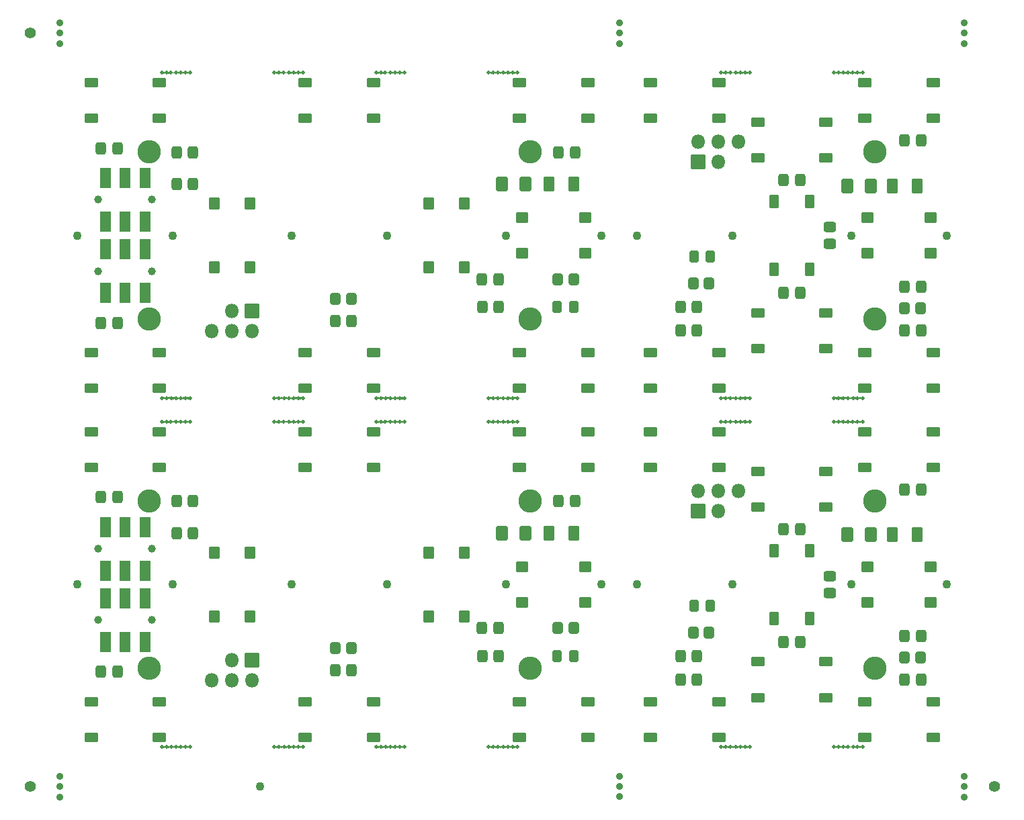
<source format=gts>
G04 #@! TF.GenerationSoftware,KiCad,Pcbnew,(7.0.0)*
G04 #@! TF.CreationDate,2023-04-30T09:27:40+02:00*
G04 #@! TF.ProjectId,IKEA_Button2,494b4541-5f42-4757-9474-6f6e322e6b69,rev?*
G04 #@! TF.SameCoordinates,Original*
G04 #@! TF.FileFunction,Soldermask,Top*
G04 #@! TF.FilePolarity,Negative*
%FSLAX46Y46*%
G04 Gerber Fmt 4.6, Leading zero omitted, Abs format (unit mm)*
G04 Created by KiCad (PCBNEW (7.0.0)) date 2023-04-30 09:27:40*
%MOMM*%
%LPD*%
G01*
G04 APERTURE LIST*
G04 Aperture macros list*
%AMRoundRect*
0 Rectangle with rounded corners*
0 $1 Rounding radius*
0 $2 $3 $4 $5 $6 $7 $8 $9 X,Y pos of 4 corners*
0 Add a 4 corners polygon primitive as box body*
4,1,4,$2,$3,$4,$5,$6,$7,$8,$9,$2,$3,0*
0 Add four circle primitives for the rounded corners*
1,1,$1+$1,$2,$3*
1,1,$1+$1,$4,$5*
1,1,$1+$1,$6,$7*
1,1,$1+$1,$8,$9*
0 Add four rect primitives between the rounded corners*
20,1,$1+$1,$2,$3,$4,$5,0*
20,1,$1+$1,$4,$5,$6,$7,0*
20,1,$1+$1,$6,$7,$8,$9,0*
20,1,$1+$1,$8,$9,$2,$3,0*%
G04 Aperture macros list end*
%ADD10C,1.102000*%
%ADD11RoundRect,0.051000X-0.800000X-0.500000X0.800000X-0.500000X0.800000X0.500000X-0.800000X0.500000X0*%
%ADD12RoundRect,0.051000X0.600000X-0.700000X0.600000X0.700000X-0.600000X0.700000X-0.600000X-0.700000X0*%
%ADD13RoundRect,0.301000X-0.412500X-0.650000X0.412500X-0.650000X0.412500X0.650000X-0.412500X0.650000X0*%
%ADD14RoundRect,0.051000X-0.600000X0.700000X-0.600000X-0.700000X0.600000X-0.700000X0.600000X0.700000X0*%
%ADD15RoundRect,0.301000X-0.337500X-0.475000X0.337500X-0.475000X0.337500X0.475000X-0.337500X0.475000X0*%
%ADD16RoundRect,0.301000X0.337500X0.475000X-0.337500X0.475000X-0.337500X-0.475000X0.337500X-0.475000X0*%
%ADD17RoundRect,0.301000X-0.325000X-0.450000X0.325000X-0.450000X0.325000X0.450000X-0.325000X0.450000X0*%
%ADD18RoundRect,0.301001X0.462499X0.624999X-0.462499X0.624999X-0.462499X-0.624999X0.462499X-0.624999X0*%
%ADD19RoundRect,0.051000X-0.850000X0.850000X-0.850000X-0.850000X0.850000X-0.850000X0.850000X0.850000X0*%
%ADD20O,1.802000X1.802000*%
%ADD21C,0.502000*%
%ADD22RoundRect,0.301000X-0.350000X-0.450000X0.350000X-0.450000X0.350000X0.450000X-0.350000X0.450000X0*%
%ADD23RoundRect,0.051000X0.800000X0.500000X-0.800000X0.500000X-0.800000X-0.500000X0.800000X-0.500000X0*%
%ADD24RoundRect,0.051000X0.700000X0.600000X-0.700000X0.600000X-0.700000X-0.600000X0.700000X-0.600000X0*%
%ADD25C,1.000000*%
%ADD26RoundRect,0.051000X-0.600000X-1.250000X0.600000X-1.250000X0.600000X1.250000X-0.600000X1.250000X0*%
%ADD27C,1.402000*%
%ADD28RoundRect,0.051000X0.850000X-0.850000X0.850000X0.850000X-0.850000X0.850000X-0.850000X-0.850000X0*%
%ADD29C,0.902000*%
%ADD30RoundRect,0.051000X0.600000X1.250000X-0.600000X1.250000X-0.600000X-1.250000X0.600000X-1.250000X0*%
%ADD31RoundRect,0.301000X0.350000X0.450000X-0.350000X0.450000X-0.350000X-0.450000X0.350000X-0.450000X0*%
%ADD32RoundRect,0.301000X-0.475000X0.337500X-0.475000X-0.337500X0.475000X-0.337500X0.475000X0.337500X0*%
%ADD33RoundRect,0.051000X0.500000X-0.800000X0.500000X0.800000X-0.500000X0.800000X-0.500000X-0.800000X0*%
%ADD34C,2.952000*%
G04 APERTURE END LIST*
D10*
X131000000Y-41000000D03*
X131000000Y-41000000D03*
D11*
X77200000Y-65750000D03*
X85800000Y-65750000D03*
X77200000Y-70250000D03*
X85800000Y-70250000D03*
D12*
X38750000Y-89000000D03*
X38750000Y-81000000D03*
X43250000Y-89000000D03*
X43250000Y-81000000D03*
D13*
X80937500Y-78500000D03*
X84062500Y-78500000D03*
D11*
X77200000Y-99750000D03*
X85800000Y-99750000D03*
X77200000Y-104250000D03*
X85800000Y-104250000D03*
D14*
X70250000Y-81000000D03*
X70250000Y-89000000D03*
X65750000Y-81000000D03*
X65750000Y-89000000D03*
D15*
X72500000Y-94000000D03*
X74575000Y-94000000D03*
D16*
X26537500Y-96000000D03*
X24462500Y-96000000D03*
D15*
X33962500Y-78500000D03*
X36037500Y-78500000D03*
X82125000Y-74500000D03*
X84200000Y-74500000D03*
D17*
X81950000Y-94000000D03*
X84000000Y-94000000D03*
D18*
X77975000Y-78500000D03*
X75000000Y-78500000D03*
D19*
X43500000Y-94525000D03*
D20*
X43499999Y-97064999D03*
X40959999Y-94524999D03*
X40959999Y-97064999D03*
X38419999Y-97064999D03*
D10*
X75500000Y-41000000D03*
D21*
X116800000Y-20500000D03*
X117400000Y-20500000D03*
X117960010Y-20500000D03*
X118600000Y-20500000D03*
X119200000Y-20500000D03*
X119800000Y-20500000D03*
X120400000Y-20500000D03*
D22*
X82000000Y-46500000D03*
X84000000Y-46500000D03*
D21*
X106200000Y-61500000D03*
X105600000Y-61500000D03*
X105039990Y-61500000D03*
X104400000Y-61500000D03*
X103800000Y-61500000D03*
X103200000Y-61500000D03*
X102600000Y-61500000D03*
D11*
X107200000Y-94750000D03*
X115800000Y-94750000D03*
X107200000Y-99250000D03*
X115800000Y-99250000D03*
D15*
X125712500Y-29000000D03*
X127787500Y-29000000D03*
D21*
X62700000Y-61500000D03*
X62100000Y-61500000D03*
X61539990Y-61500000D03*
X60900000Y-61500000D03*
X60300000Y-61500000D03*
X59700000Y-61500000D03*
X59100000Y-61500000D03*
D13*
X124187500Y-78750000D03*
X127312500Y-78750000D03*
D21*
X49900000Y-61500000D03*
X49300000Y-61500000D03*
X48739990Y-61500000D03*
X48100000Y-61500000D03*
X47500000Y-61500000D03*
X46900000Y-61500000D03*
X46300000Y-61500000D03*
D10*
X104000000Y-85000000D03*
D23*
X129300000Y-70250000D03*
X120700000Y-70250000D03*
X129300000Y-65750000D03*
X120700000Y-65750000D03*
D11*
X23200000Y-99750000D03*
X31800000Y-99750000D03*
X23200000Y-104250000D03*
X31800000Y-104250000D03*
D24*
X85500000Y-87250000D03*
X77500000Y-87250000D03*
X85500000Y-82750000D03*
X77500000Y-82750000D03*
D25*
X24100000Y-89500000D03*
X30900000Y-89500000D03*
D26*
X25000000Y-92250000D03*
X27500000Y-92250000D03*
X30000000Y-92250000D03*
X25000000Y-86750000D03*
X27500000Y-86750000D03*
X30000000Y-86750000D03*
D15*
X125712500Y-73000000D03*
X127787500Y-73000000D03*
X110462500Y-34000000D03*
X112537500Y-34000000D03*
D24*
X85500000Y-43250000D03*
X77500000Y-43250000D03*
X85500000Y-38750000D03*
X77500000Y-38750000D03*
D21*
X76900000Y-61500000D03*
X76300000Y-61500000D03*
X75739990Y-61500000D03*
X75100000Y-61500000D03*
X74500000Y-61500000D03*
X73900000Y-61500000D03*
X73300000Y-61500000D03*
D11*
X50200000Y-55750000D03*
X58800000Y-55750000D03*
X50200000Y-60250000D03*
X58800000Y-60250000D03*
D16*
X26537500Y-74000000D03*
X24462500Y-74000000D03*
X36037500Y-30500000D03*
X33962500Y-30500000D03*
X127787500Y-91500000D03*
X125712500Y-91500000D03*
D27*
X15500000Y-15500000D03*
X15500000Y-15500000D03*
D11*
X77200000Y-55750000D03*
X85800000Y-55750000D03*
X77200000Y-60250000D03*
X85800000Y-60250000D03*
D10*
X87500000Y-85000000D03*
X33500000Y-41000000D03*
D21*
X46300000Y-64500000D03*
X46900000Y-64500000D03*
X47460010Y-64500000D03*
X48100000Y-64500000D03*
X48700000Y-64500000D03*
X49300000Y-64500000D03*
X49900000Y-64500000D03*
D17*
X99150000Y-87700000D03*
X101200000Y-87700000D03*
D10*
X92000000Y-85000000D03*
D28*
X99710000Y-75750000D03*
D20*
X99709999Y-73209999D03*
X102249999Y-75749999D03*
X102249999Y-73209999D03*
X104789999Y-73209999D03*
D15*
X97462500Y-50000000D03*
X99537500Y-50000000D03*
D22*
X125700000Y-94200000D03*
X127700000Y-94200000D03*
D12*
X38750000Y-45000000D03*
X38750000Y-37000000D03*
X43250000Y-45000000D03*
X43250000Y-37000000D03*
D15*
X53962500Y-51800000D03*
X56037500Y-51800000D03*
D29*
X133250000Y-111780005D03*
X133250000Y-110500000D03*
X133250000Y-110500000D03*
X133250000Y-109219995D03*
X133250000Y-109219995D03*
X89750000Y-111715003D03*
X89750000Y-110434998D03*
X89750000Y-110434998D03*
X89750000Y-109154993D03*
D16*
X36037500Y-74500000D03*
X33962500Y-74500000D03*
X74537500Y-46500000D03*
X72462500Y-46500000D03*
D19*
X43500000Y-50525000D03*
D20*
X43499999Y-53064999D03*
X40959999Y-50524999D03*
X40959999Y-53064999D03*
X38419999Y-53064999D03*
D23*
X102300000Y-26250000D03*
X93700000Y-26250000D03*
X102300000Y-21750000D03*
X93700000Y-21750000D03*
D16*
X26537500Y-30000000D03*
X24462500Y-30000000D03*
D25*
X30900000Y-36500000D03*
X24100000Y-36500000D03*
D30*
X30000000Y-33750000D03*
X27500000Y-33750000D03*
X25000000Y-33750000D03*
X30000000Y-39250000D03*
X27500000Y-39250000D03*
X25000000Y-39250000D03*
D29*
X89750000Y-16780005D03*
X89750000Y-15500000D03*
X89750000Y-14219995D03*
D16*
X26537500Y-52000000D03*
X24462500Y-52000000D03*
D21*
X32100000Y-20500000D03*
X32700000Y-20500000D03*
X33260010Y-20500000D03*
X33900000Y-20500000D03*
X34500000Y-20500000D03*
X35100000Y-20500000D03*
X35700000Y-20500000D03*
D29*
X133250000Y-16780005D03*
X133250000Y-15500000D03*
X133250000Y-14219995D03*
D21*
X62700000Y-105500000D03*
X62100000Y-105500000D03*
X61539990Y-105500000D03*
X60900000Y-105500000D03*
X60300000Y-105500000D03*
X59700000Y-105500000D03*
X59100000Y-105500000D03*
D23*
X115800000Y-31250000D03*
X107200000Y-31250000D03*
X115800000Y-26750000D03*
X107200000Y-26750000D03*
D15*
X33962500Y-34500000D03*
X36037500Y-34500000D03*
D17*
X99150000Y-43700000D03*
X101200000Y-43700000D03*
D11*
X93700000Y-55750000D03*
X102300000Y-55750000D03*
X93700000Y-60250000D03*
X102300000Y-60250000D03*
D10*
X21500000Y-41000000D03*
D21*
X46300000Y-20500000D03*
X46900000Y-20500000D03*
X47460010Y-20500000D03*
X48100000Y-20500000D03*
X48700000Y-20500000D03*
X49300000Y-20500000D03*
X49900000Y-20500000D03*
D15*
X82125000Y-30500000D03*
X84200000Y-30500000D03*
D10*
X48500000Y-41000000D03*
D16*
X127787500Y-53000000D03*
X125712500Y-53000000D03*
D21*
X32100000Y-64500000D03*
X32700000Y-64500000D03*
X33260010Y-64500000D03*
X33900000Y-64500000D03*
X34500000Y-64500000D03*
X35100000Y-64500000D03*
X35700000Y-64500000D03*
D10*
X87500000Y-41000000D03*
D21*
X102600000Y-64500000D03*
X103200000Y-64500000D03*
X103760010Y-64500000D03*
X104400000Y-64500000D03*
X105000000Y-64500000D03*
X105600000Y-64500000D03*
X106200000Y-64500000D03*
D13*
X124187500Y-34750000D03*
X127312500Y-34750000D03*
D11*
X23200000Y-55750000D03*
X31800000Y-55750000D03*
X23200000Y-60250000D03*
X31800000Y-60250000D03*
D29*
X19250000Y-111780005D03*
X19250000Y-110500000D03*
X19250000Y-110500000D03*
X19250000Y-109219995D03*
D21*
X73300000Y-64500000D03*
X73900000Y-64500000D03*
X74460010Y-64500000D03*
X75100000Y-64500000D03*
X75700000Y-64500000D03*
X76300000Y-64500000D03*
X76900000Y-64500000D03*
D31*
X56000000Y-93000000D03*
X54000000Y-93000000D03*
D25*
X30900000Y-80500000D03*
X24100000Y-80500000D03*
D30*
X30000000Y-77750000D03*
X27500000Y-77750000D03*
X25000000Y-77750000D03*
X30000000Y-83250000D03*
X27500000Y-83250000D03*
X25000000Y-83250000D03*
D21*
X116800000Y-64500000D03*
X117400000Y-64500000D03*
X117960010Y-64500000D03*
X118600000Y-64500000D03*
X119200000Y-64500000D03*
X119800000Y-64500000D03*
X120400000Y-64500000D03*
D11*
X107200000Y-50750000D03*
X115800000Y-50750000D03*
X107200000Y-55250000D03*
X115800000Y-55250000D03*
D14*
X70250000Y-37000000D03*
X70250000Y-45000000D03*
X65750000Y-37000000D03*
X65750000Y-45000000D03*
D21*
X106200000Y-105500000D03*
X105600000Y-105500000D03*
X105039990Y-105500000D03*
X104400000Y-105500000D03*
X103800000Y-105500000D03*
X103200000Y-105500000D03*
X102600000Y-105500000D03*
D16*
X127787500Y-97000000D03*
X125712500Y-97000000D03*
D21*
X76900000Y-105500000D03*
X76300000Y-105500000D03*
X75739990Y-105500000D03*
X75100000Y-105500000D03*
X74500000Y-105500000D03*
X73900000Y-105500000D03*
X73300000Y-105500000D03*
D17*
X81950000Y-50000000D03*
X84000000Y-50000000D03*
D15*
X53962500Y-95800000D03*
X56037500Y-95800000D03*
X72500000Y-50000000D03*
X74575000Y-50000000D03*
D10*
X104000000Y-41000000D03*
X75500000Y-85000000D03*
X33500000Y-85000000D03*
D24*
X129000000Y-87250000D03*
X121000000Y-87250000D03*
X129000000Y-82750000D03*
X121000000Y-82750000D03*
D23*
X58800000Y-70250000D03*
X50200000Y-70250000D03*
X58800000Y-65750000D03*
X50200000Y-65750000D03*
X58800000Y-26250000D03*
X50200000Y-26250000D03*
X58800000Y-21750000D03*
X50200000Y-21750000D03*
D31*
X56000000Y-49000000D03*
X54000000Y-49000000D03*
D11*
X50200000Y-99750000D03*
X58800000Y-99750000D03*
X50200000Y-104250000D03*
X58800000Y-104250000D03*
X120700000Y-55750000D03*
X129300000Y-55750000D03*
X120700000Y-60250000D03*
X129300000Y-60250000D03*
D10*
X119000000Y-85000000D03*
D21*
X49900000Y-105500000D03*
X49300000Y-105500000D03*
X48739990Y-105500000D03*
X48100000Y-105500000D03*
X47500000Y-105500000D03*
X46900000Y-105500000D03*
X46300000Y-105500000D03*
D18*
X121475000Y-34750000D03*
X118500000Y-34750000D03*
D27*
X15500000Y-110500000D03*
X15500000Y-110500000D03*
D11*
X77200000Y-21750000D03*
X85800000Y-21750000D03*
X77200000Y-26250000D03*
X85800000Y-26250000D03*
D25*
X24100000Y-45500000D03*
X30900000Y-45500000D03*
D26*
X25000000Y-48250000D03*
X27500000Y-48250000D03*
X30000000Y-48250000D03*
X25000000Y-42750000D03*
X27500000Y-42750000D03*
X30000000Y-42750000D03*
D10*
X48500000Y-85000000D03*
D16*
X99537500Y-97000000D03*
X97462500Y-97000000D03*
D15*
X110462500Y-78000000D03*
X112537500Y-78000000D03*
D22*
X125700000Y-50200000D03*
X127700000Y-50200000D03*
X99075000Y-91050000D03*
X101075000Y-91050000D03*
D16*
X99537500Y-53000000D03*
X97462500Y-53000000D03*
D11*
X120700000Y-99750000D03*
X129300000Y-99750000D03*
X120700000Y-104250000D03*
X129300000Y-104250000D03*
D24*
X129000000Y-43250000D03*
X121000000Y-43250000D03*
X129000000Y-38750000D03*
X121000000Y-38750000D03*
D13*
X80937500Y-34500000D03*
X84062500Y-34500000D03*
D10*
X60500000Y-41000000D03*
D11*
X93700000Y-99750000D03*
X102300000Y-99750000D03*
X93700000Y-104250000D03*
X102300000Y-104250000D03*
D23*
X115800000Y-75250000D03*
X107200000Y-75250000D03*
X115800000Y-70750000D03*
X107200000Y-70750000D03*
D10*
X92000000Y-41000000D03*
D23*
X102300000Y-70250000D03*
X93700000Y-70250000D03*
X102300000Y-65750000D03*
X93700000Y-65750000D03*
D21*
X120400000Y-105500000D03*
X119800000Y-105500000D03*
X119239990Y-105500000D03*
X118600000Y-105500000D03*
X118000000Y-105500000D03*
X117400000Y-105500000D03*
X116800000Y-105500000D03*
X102600000Y-20500000D03*
X103200000Y-20500000D03*
X103760010Y-20500000D03*
X104400000Y-20500000D03*
X105000000Y-20500000D03*
X105600000Y-20500000D03*
X106200000Y-20500000D03*
D23*
X31800000Y-70250000D03*
X23200000Y-70250000D03*
X31800000Y-65750000D03*
X23200000Y-65750000D03*
D22*
X99075000Y-47050000D03*
X101075000Y-47050000D03*
D32*
X116250000Y-83962500D03*
X116250000Y-86037500D03*
D15*
X97462500Y-94000000D03*
X99537500Y-94000000D03*
D32*
X116250000Y-39962500D03*
X116250000Y-42037500D03*
D10*
X60500000Y-85000000D03*
D16*
X74537500Y-90500000D03*
X72462500Y-90500000D03*
D10*
X131000000Y-85000000D03*
D18*
X77975000Y-34500000D03*
X75000000Y-34500000D03*
D21*
X59100000Y-64500000D03*
X59700000Y-64500000D03*
X60260010Y-64500000D03*
X60900000Y-64500000D03*
X61500000Y-64500000D03*
X62100000Y-64500000D03*
X62700000Y-64500000D03*
X35700000Y-105500000D03*
X35100000Y-105500000D03*
X34539990Y-105500000D03*
X33900000Y-105500000D03*
X33300000Y-105500000D03*
X32700000Y-105500000D03*
X32100000Y-105500000D03*
D15*
X110462500Y-92250000D03*
X112537500Y-92250000D03*
D23*
X129300000Y-26250000D03*
X120700000Y-26250000D03*
X129300000Y-21750000D03*
X120700000Y-21750000D03*
D33*
X109250000Y-45300000D03*
X109250000Y-36700000D03*
X113750000Y-45300000D03*
X113750000Y-36700000D03*
D21*
X59100000Y-20500000D03*
X59700000Y-20500000D03*
X60260010Y-20500000D03*
X60900000Y-20500000D03*
X61500000Y-20500000D03*
X62100000Y-20500000D03*
X62700000Y-20500000D03*
D18*
X121475000Y-78750000D03*
X118500000Y-78750000D03*
D15*
X110462500Y-48250000D03*
X112537500Y-48250000D03*
D21*
X35700000Y-61500000D03*
X35100000Y-61500000D03*
X34539990Y-61500000D03*
X33900000Y-61500000D03*
X33300000Y-61500000D03*
X32700000Y-61500000D03*
X32100000Y-61500000D03*
D10*
X44500000Y-110500000D03*
D33*
X109250000Y-89300000D03*
X109250000Y-80700000D03*
X113750000Y-89300000D03*
X113750000Y-80700000D03*
D21*
X73300000Y-20500000D03*
X73900000Y-20500000D03*
X74460010Y-20500000D03*
X75100000Y-20500000D03*
X75700000Y-20500000D03*
X76300000Y-20500000D03*
X76900000Y-20500000D03*
X120400000Y-61500000D03*
X119800000Y-61500000D03*
X119239990Y-61500000D03*
X118600000Y-61500000D03*
X118000000Y-61500000D03*
X117400000Y-61500000D03*
X116800000Y-61500000D03*
D10*
X119000000Y-41000000D03*
D23*
X31800000Y-26250000D03*
X23200000Y-26250000D03*
X31800000Y-21750000D03*
X23200000Y-21750000D03*
D28*
X99710000Y-31750000D03*
D20*
X99709999Y-29209999D03*
X102249999Y-31749999D03*
X102249999Y-29209999D03*
X104789999Y-29209999D03*
D27*
X137000000Y-110500000D03*
X137000000Y-110500000D03*
D16*
X127787500Y-47500000D03*
X125712500Y-47500000D03*
D29*
X19250000Y-16780005D03*
X19250000Y-15500000D03*
X19250000Y-15500000D03*
X19250000Y-14219995D03*
D22*
X82000000Y-90500000D03*
X84000000Y-90500000D03*
D10*
X21500000Y-85000000D03*
D34*
X78500000Y-95565000D03*
X78500000Y-74435000D03*
X78500000Y-51565000D03*
X78500000Y-30435000D03*
X122000000Y-95565000D03*
X122000000Y-74435000D03*
X30500000Y-74435000D03*
X30500000Y-95565000D03*
X30500000Y-30435000D03*
X30500000Y-51565000D03*
X122000000Y-51565000D03*
X122000000Y-30435000D03*
G36*
X120211180Y-105341480D02*
G01*
X120210995Y-105343356D01*
X120169990Y-105404725D01*
X120151039Y-105499999D01*
X120169990Y-105595274D01*
X120210995Y-105656642D01*
X120211180Y-105658518D01*
X120209722Y-105659715D01*
X120207918Y-105659167D01*
X120187160Y-105638409D01*
X120131816Y-105606457D01*
X120068184Y-105606457D01*
X120012839Y-105638409D01*
X119992082Y-105659166D01*
X119990278Y-105659714D01*
X119988820Y-105658517D01*
X119989005Y-105656641D01*
X120030009Y-105595274D01*
X120048960Y-105500000D01*
X120030009Y-105404725D01*
X119989004Y-105343357D01*
X119988819Y-105341481D01*
X119990277Y-105340284D01*
X119992081Y-105340832D01*
X120012839Y-105361590D01*
X120068184Y-105393543D01*
X120131816Y-105393543D01*
X120187160Y-105361590D01*
X120207918Y-105340831D01*
X120209722Y-105340283D01*
X120211180Y-105341480D01*
G37*
G36*
X119611180Y-105341480D02*
G01*
X119610995Y-105343357D01*
X119569990Y-105404725D01*
X119551039Y-105499999D01*
X119569990Y-105595274D01*
X119610995Y-105656642D01*
X119611180Y-105658518D01*
X119609722Y-105659715D01*
X119607918Y-105659167D01*
X119607155Y-105658404D01*
X119551811Y-105626452D01*
X119488179Y-105626452D01*
X119432833Y-105658405D01*
X119432070Y-105659168D01*
X119430266Y-105659714D01*
X119428809Y-105658518D01*
X119428994Y-105656642D01*
X119469999Y-105595274D01*
X119488950Y-105500000D01*
X119469999Y-105404725D01*
X119428994Y-105343357D01*
X119428809Y-105341481D01*
X119430267Y-105340284D01*
X119432071Y-105340832D01*
X119432834Y-105341595D01*
X119488179Y-105373548D01*
X119551811Y-105373548D01*
X119607155Y-105341595D01*
X119607917Y-105340833D01*
X119609721Y-105340284D01*
X119611180Y-105341480D01*
G37*
G36*
X119051172Y-105341478D02*
G01*
X119050987Y-105343354D01*
X119009980Y-105404725D01*
X118991029Y-105499999D01*
X119009980Y-105595274D01*
X119050985Y-105656642D01*
X119051170Y-105658518D01*
X119049712Y-105659715D01*
X119047908Y-105659167D01*
X119036773Y-105648032D01*
X119036405Y-105647526D01*
X119029715Y-105634396D01*
X118984220Y-105585179D01*
X118919995Y-105567066D01*
X118855769Y-105585179D01*
X118810274Y-105634396D01*
X118803584Y-105647526D01*
X118803216Y-105648032D01*
X118792083Y-105659164D01*
X118790279Y-105659712D01*
X118788821Y-105658515D01*
X118789006Y-105656639D01*
X118830009Y-105595274D01*
X118848960Y-105500000D01*
X118830009Y-105404725D01*
X118789004Y-105343357D01*
X118788819Y-105341481D01*
X118790277Y-105340284D01*
X118792081Y-105340832D01*
X118803218Y-105351969D01*
X118803586Y-105352475D01*
X118810275Y-105365603D01*
X118855769Y-105414819D01*
X118919995Y-105432932D01*
X118984220Y-105414819D01*
X119029714Y-105365603D01*
X119036403Y-105352475D01*
X119036771Y-105351969D01*
X119047910Y-105340829D01*
X119049714Y-105340281D01*
X119051172Y-105341478D01*
G37*
G36*
X118411180Y-105341480D02*
G01*
X118410995Y-105343356D01*
X118369990Y-105404725D01*
X118351039Y-105499999D01*
X118369990Y-105595274D01*
X118410995Y-105656642D01*
X118411180Y-105658518D01*
X118409722Y-105659715D01*
X118407918Y-105659167D01*
X118387160Y-105638409D01*
X118331816Y-105606457D01*
X118268184Y-105606457D01*
X118212839Y-105638409D01*
X118192082Y-105659166D01*
X118190278Y-105659714D01*
X118188820Y-105658517D01*
X118189005Y-105656641D01*
X118230009Y-105595274D01*
X118248960Y-105500000D01*
X118230009Y-105404725D01*
X118189004Y-105343357D01*
X118188819Y-105341481D01*
X118190277Y-105340284D01*
X118192081Y-105340832D01*
X118212839Y-105361590D01*
X118268184Y-105393543D01*
X118331816Y-105393543D01*
X118387160Y-105361590D01*
X118407918Y-105340831D01*
X118409722Y-105340283D01*
X118411180Y-105341480D01*
G37*
G36*
X117811180Y-105341480D02*
G01*
X117810995Y-105343356D01*
X117769990Y-105404725D01*
X117751039Y-105499999D01*
X117769990Y-105595274D01*
X117810995Y-105656642D01*
X117811180Y-105658518D01*
X117809722Y-105659715D01*
X117807918Y-105659167D01*
X117787160Y-105638409D01*
X117731816Y-105606457D01*
X117668184Y-105606457D01*
X117612839Y-105638409D01*
X117592082Y-105659166D01*
X117590278Y-105659714D01*
X117588820Y-105658517D01*
X117589005Y-105656641D01*
X117630009Y-105595274D01*
X117648960Y-105500000D01*
X117630009Y-105404725D01*
X117589004Y-105343357D01*
X117588819Y-105341481D01*
X117590277Y-105340284D01*
X117592081Y-105340832D01*
X117612839Y-105361590D01*
X117668184Y-105393543D01*
X117731816Y-105393543D01*
X117787160Y-105361590D01*
X117807918Y-105340831D01*
X117809722Y-105340283D01*
X117811180Y-105341480D01*
G37*
G36*
X117211180Y-105341480D02*
G01*
X117210995Y-105343356D01*
X117169990Y-105404725D01*
X117151039Y-105499999D01*
X117169990Y-105595274D01*
X117210995Y-105656642D01*
X117211180Y-105658518D01*
X117209722Y-105659715D01*
X117207918Y-105659167D01*
X117187160Y-105638409D01*
X117131816Y-105606457D01*
X117068184Y-105606457D01*
X117012839Y-105638409D01*
X116992082Y-105659166D01*
X116990278Y-105659714D01*
X116988820Y-105658517D01*
X116989005Y-105656641D01*
X117030009Y-105595274D01*
X117048960Y-105500000D01*
X117030009Y-105404725D01*
X116989004Y-105343357D01*
X116988819Y-105341481D01*
X116990277Y-105340284D01*
X116992081Y-105340832D01*
X117012839Y-105361590D01*
X117068184Y-105393543D01*
X117131816Y-105393543D01*
X117187160Y-105361590D01*
X117207918Y-105340831D01*
X117209722Y-105340283D01*
X117211180Y-105341480D01*
G37*
G36*
X106011180Y-105341480D02*
G01*
X106010995Y-105343356D01*
X105969990Y-105404725D01*
X105951039Y-105500000D01*
X105969990Y-105595274D01*
X106010995Y-105656642D01*
X106011180Y-105658518D01*
X106009722Y-105659715D01*
X106007918Y-105659167D01*
X105987160Y-105638409D01*
X105931816Y-105606457D01*
X105868184Y-105606457D01*
X105812839Y-105638409D01*
X105792082Y-105659166D01*
X105790278Y-105659714D01*
X105788820Y-105658517D01*
X105789005Y-105656641D01*
X105830009Y-105595274D01*
X105848960Y-105500000D01*
X105830009Y-105404725D01*
X105789004Y-105343357D01*
X105788819Y-105341481D01*
X105790277Y-105340284D01*
X105792081Y-105340832D01*
X105812839Y-105361590D01*
X105868184Y-105393543D01*
X105931816Y-105393543D01*
X105987160Y-105361590D01*
X106007918Y-105340831D01*
X106009722Y-105340283D01*
X106011180Y-105341480D01*
G37*
G36*
X105411180Y-105341480D02*
G01*
X105410995Y-105343357D01*
X105369990Y-105404725D01*
X105351039Y-105500000D01*
X105369990Y-105595274D01*
X105410995Y-105656642D01*
X105411180Y-105658518D01*
X105409722Y-105659715D01*
X105407918Y-105659167D01*
X105407155Y-105658404D01*
X105351811Y-105626452D01*
X105288179Y-105626452D01*
X105232833Y-105658405D01*
X105232070Y-105659168D01*
X105230266Y-105659714D01*
X105228809Y-105658518D01*
X105228994Y-105656642D01*
X105269999Y-105595274D01*
X105288950Y-105500000D01*
X105269999Y-105404725D01*
X105228994Y-105343357D01*
X105228809Y-105341481D01*
X105230267Y-105340284D01*
X105232071Y-105340832D01*
X105232834Y-105341595D01*
X105288179Y-105373548D01*
X105351811Y-105373548D01*
X105407155Y-105341595D01*
X105407917Y-105340833D01*
X105409721Y-105340284D01*
X105411180Y-105341480D01*
G37*
G36*
X104851172Y-105341478D02*
G01*
X104850987Y-105343354D01*
X104809980Y-105404725D01*
X104791029Y-105500000D01*
X104809980Y-105595274D01*
X104850985Y-105656642D01*
X104851170Y-105658518D01*
X104849712Y-105659715D01*
X104847908Y-105659167D01*
X104836773Y-105648032D01*
X104836405Y-105647526D01*
X104829715Y-105634396D01*
X104784220Y-105585179D01*
X104719995Y-105567066D01*
X104655769Y-105585179D01*
X104610274Y-105634396D01*
X104603584Y-105647526D01*
X104603216Y-105648032D01*
X104592083Y-105659164D01*
X104590279Y-105659712D01*
X104588821Y-105658515D01*
X104589006Y-105656639D01*
X104630009Y-105595274D01*
X104648960Y-105500000D01*
X104630009Y-105404725D01*
X104589004Y-105343357D01*
X104588819Y-105341481D01*
X104590277Y-105340284D01*
X104592081Y-105340832D01*
X104603218Y-105351969D01*
X104603586Y-105352475D01*
X104610275Y-105365603D01*
X104655769Y-105414819D01*
X104719995Y-105432932D01*
X104784220Y-105414819D01*
X104829714Y-105365603D01*
X104836403Y-105352475D01*
X104836771Y-105351969D01*
X104847910Y-105340829D01*
X104849714Y-105340281D01*
X104851172Y-105341478D01*
G37*
G36*
X104211180Y-105341480D02*
G01*
X104210995Y-105343356D01*
X104169990Y-105404725D01*
X104151039Y-105500000D01*
X104169990Y-105595274D01*
X104210995Y-105656642D01*
X104211180Y-105658518D01*
X104209722Y-105659715D01*
X104207918Y-105659167D01*
X104187160Y-105638409D01*
X104131816Y-105606457D01*
X104068184Y-105606457D01*
X104012839Y-105638409D01*
X103992082Y-105659166D01*
X103990278Y-105659714D01*
X103988820Y-105658517D01*
X103989005Y-105656641D01*
X104030009Y-105595274D01*
X104048960Y-105500000D01*
X104030009Y-105404725D01*
X103989004Y-105343357D01*
X103988819Y-105341481D01*
X103990277Y-105340284D01*
X103992081Y-105340832D01*
X104012839Y-105361590D01*
X104068184Y-105393543D01*
X104131816Y-105393543D01*
X104187160Y-105361590D01*
X104207918Y-105340831D01*
X104209722Y-105340283D01*
X104211180Y-105341480D01*
G37*
G36*
X103611180Y-105341480D02*
G01*
X103610995Y-105343356D01*
X103569990Y-105404725D01*
X103551039Y-105500000D01*
X103569990Y-105595274D01*
X103610995Y-105656642D01*
X103611180Y-105658518D01*
X103609722Y-105659715D01*
X103607918Y-105659167D01*
X103587160Y-105638409D01*
X103531816Y-105606457D01*
X103468184Y-105606457D01*
X103412839Y-105638409D01*
X103392082Y-105659166D01*
X103390278Y-105659714D01*
X103388820Y-105658517D01*
X103389005Y-105656641D01*
X103430009Y-105595274D01*
X103448960Y-105500000D01*
X103430009Y-105404725D01*
X103389004Y-105343357D01*
X103388819Y-105341481D01*
X103390277Y-105340284D01*
X103392081Y-105340832D01*
X103412839Y-105361590D01*
X103468184Y-105393543D01*
X103531816Y-105393543D01*
X103587160Y-105361590D01*
X103607918Y-105340831D01*
X103609722Y-105340283D01*
X103611180Y-105341480D01*
G37*
G36*
X103011180Y-105341480D02*
G01*
X103010995Y-105343356D01*
X102969990Y-105404725D01*
X102951039Y-105500000D01*
X102969990Y-105595274D01*
X103010995Y-105656642D01*
X103011180Y-105658518D01*
X103009722Y-105659715D01*
X103007918Y-105659167D01*
X102987160Y-105638409D01*
X102931816Y-105606457D01*
X102868184Y-105606457D01*
X102812839Y-105638409D01*
X102792082Y-105659166D01*
X102790278Y-105659714D01*
X102788820Y-105658517D01*
X102789005Y-105656641D01*
X102830009Y-105595274D01*
X102848960Y-105500000D01*
X102830009Y-105404725D01*
X102789004Y-105343357D01*
X102788819Y-105341481D01*
X102790277Y-105340284D01*
X102792081Y-105340832D01*
X102812839Y-105361590D01*
X102868184Y-105393543D01*
X102931816Y-105393543D01*
X102987160Y-105361590D01*
X103007918Y-105340831D01*
X103009722Y-105340283D01*
X103011180Y-105341480D01*
G37*
G36*
X76711180Y-105341480D02*
G01*
X76710995Y-105343356D01*
X76669990Y-105404725D01*
X76651039Y-105500000D01*
X76669990Y-105595274D01*
X76710995Y-105656642D01*
X76711180Y-105658518D01*
X76709722Y-105659715D01*
X76707918Y-105659167D01*
X76687160Y-105638409D01*
X76631816Y-105606457D01*
X76568184Y-105606457D01*
X76512839Y-105638409D01*
X76492082Y-105659166D01*
X76490278Y-105659714D01*
X76488820Y-105658517D01*
X76489005Y-105656641D01*
X76530009Y-105595274D01*
X76548960Y-105500000D01*
X76530009Y-105404725D01*
X76489004Y-105343357D01*
X76488819Y-105341481D01*
X76490277Y-105340284D01*
X76492081Y-105340832D01*
X76512839Y-105361590D01*
X76568184Y-105393543D01*
X76631816Y-105393543D01*
X76687160Y-105361590D01*
X76707918Y-105340831D01*
X76709722Y-105340283D01*
X76711180Y-105341480D01*
G37*
G36*
X76111180Y-105341480D02*
G01*
X76110995Y-105343357D01*
X76069990Y-105404725D01*
X76051039Y-105500000D01*
X76069990Y-105595274D01*
X76110995Y-105656642D01*
X76111180Y-105658518D01*
X76109722Y-105659715D01*
X76107918Y-105659167D01*
X76107155Y-105658404D01*
X76051811Y-105626452D01*
X75988179Y-105626452D01*
X75932833Y-105658405D01*
X75932070Y-105659168D01*
X75930266Y-105659714D01*
X75928809Y-105658518D01*
X75928994Y-105656642D01*
X75969999Y-105595274D01*
X75988950Y-105500000D01*
X75969999Y-105404725D01*
X75928994Y-105343357D01*
X75928809Y-105341481D01*
X75930267Y-105340284D01*
X75932071Y-105340832D01*
X75932834Y-105341595D01*
X75988179Y-105373548D01*
X76051811Y-105373548D01*
X76107155Y-105341595D01*
X76107917Y-105340833D01*
X76109721Y-105340284D01*
X76111180Y-105341480D01*
G37*
G36*
X75551172Y-105341478D02*
G01*
X75550987Y-105343354D01*
X75509980Y-105404725D01*
X75491029Y-105500000D01*
X75509980Y-105595274D01*
X75550985Y-105656642D01*
X75551170Y-105658518D01*
X75549712Y-105659715D01*
X75547908Y-105659167D01*
X75536773Y-105648032D01*
X75536405Y-105647526D01*
X75529715Y-105634396D01*
X75484220Y-105585179D01*
X75419995Y-105567066D01*
X75355769Y-105585179D01*
X75310274Y-105634396D01*
X75303584Y-105647526D01*
X75303216Y-105648032D01*
X75292083Y-105659164D01*
X75290279Y-105659712D01*
X75288821Y-105658515D01*
X75289006Y-105656639D01*
X75330009Y-105595274D01*
X75348960Y-105500000D01*
X75330009Y-105404725D01*
X75289004Y-105343357D01*
X75288819Y-105341481D01*
X75290277Y-105340284D01*
X75292081Y-105340832D01*
X75303218Y-105351969D01*
X75303586Y-105352475D01*
X75310275Y-105365603D01*
X75355769Y-105414819D01*
X75419995Y-105432932D01*
X75484220Y-105414819D01*
X75529714Y-105365603D01*
X75536403Y-105352475D01*
X75536771Y-105351969D01*
X75547910Y-105340829D01*
X75549714Y-105340281D01*
X75551172Y-105341478D01*
G37*
G36*
X74911180Y-105341480D02*
G01*
X74910995Y-105343356D01*
X74869990Y-105404725D01*
X74851039Y-105500000D01*
X74869990Y-105595274D01*
X74910995Y-105656642D01*
X74911180Y-105658518D01*
X74909722Y-105659715D01*
X74907918Y-105659167D01*
X74887160Y-105638409D01*
X74831816Y-105606457D01*
X74768184Y-105606457D01*
X74712839Y-105638409D01*
X74692082Y-105659166D01*
X74690278Y-105659714D01*
X74688820Y-105658517D01*
X74689005Y-105656641D01*
X74730009Y-105595274D01*
X74748960Y-105500000D01*
X74730009Y-105404725D01*
X74689004Y-105343357D01*
X74688819Y-105341481D01*
X74690277Y-105340284D01*
X74692081Y-105340832D01*
X74712839Y-105361590D01*
X74768184Y-105393543D01*
X74831816Y-105393543D01*
X74887160Y-105361590D01*
X74907918Y-105340831D01*
X74909722Y-105340283D01*
X74911180Y-105341480D01*
G37*
G36*
X74311180Y-105341480D02*
G01*
X74310995Y-105343356D01*
X74269990Y-105404725D01*
X74251039Y-105500000D01*
X74269990Y-105595274D01*
X74310995Y-105656642D01*
X74311180Y-105658518D01*
X74309722Y-105659715D01*
X74307918Y-105659167D01*
X74287160Y-105638409D01*
X74231816Y-105606457D01*
X74168184Y-105606457D01*
X74112839Y-105638409D01*
X74092082Y-105659166D01*
X74090278Y-105659714D01*
X74088820Y-105658517D01*
X74089005Y-105656641D01*
X74130009Y-105595274D01*
X74148960Y-105500000D01*
X74130009Y-105404725D01*
X74089004Y-105343357D01*
X74088819Y-105341481D01*
X74090277Y-105340284D01*
X74092081Y-105340832D01*
X74112839Y-105361590D01*
X74168184Y-105393543D01*
X74231816Y-105393543D01*
X74287160Y-105361590D01*
X74307918Y-105340831D01*
X74309722Y-105340283D01*
X74311180Y-105341480D01*
G37*
G36*
X73711180Y-105341480D02*
G01*
X73710995Y-105343356D01*
X73669990Y-105404725D01*
X73651039Y-105500000D01*
X73669990Y-105595274D01*
X73710995Y-105656642D01*
X73711180Y-105658518D01*
X73709722Y-105659715D01*
X73707918Y-105659167D01*
X73687160Y-105638409D01*
X73631816Y-105606457D01*
X73568184Y-105606457D01*
X73512839Y-105638409D01*
X73492082Y-105659166D01*
X73490278Y-105659714D01*
X73488820Y-105658517D01*
X73489005Y-105656641D01*
X73530009Y-105595274D01*
X73548960Y-105500000D01*
X73530009Y-105404725D01*
X73489004Y-105343357D01*
X73488819Y-105341481D01*
X73490277Y-105340284D01*
X73492081Y-105340832D01*
X73512839Y-105361590D01*
X73568184Y-105393543D01*
X73631816Y-105393543D01*
X73687160Y-105361590D01*
X73707918Y-105340831D01*
X73709722Y-105340283D01*
X73711180Y-105341480D01*
G37*
G36*
X62511180Y-105341480D02*
G01*
X62510995Y-105343356D01*
X62469990Y-105404725D01*
X62451039Y-105500000D01*
X62469990Y-105595274D01*
X62510995Y-105656642D01*
X62511180Y-105658518D01*
X62509722Y-105659715D01*
X62507918Y-105659167D01*
X62487160Y-105638409D01*
X62431816Y-105606457D01*
X62368184Y-105606457D01*
X62312839Y-105638409D01*
X62292082Y-105659166D01*
X62290278Y-105659714D01*
X62288820Y-105658517D01*
X62289005Y-105656641D01*
X62330009Y-105595274D01*
X62348960Y-105500000D01*
X62330009Y-105404725D01*
X62289004Y-105343357D01*
X62288819Y-105341481D01*
X62290277Y-105340284D01*
X62292081Y-105340832D01*
X62312839Y-105361590D01*
X62368184Y-105393543D01*
X62431816Y-105393543D01*
X62487160Y-105361590D01*
X62507918Y-105340831D01*
X62509722Y-105340283D01*
X62511180Y-105341480D01*
G37*
G36*
X61911180Y-105341480D02*
G01*
X61910995Y-105343357D01*
X61869990Y-105404725D01*
X61851039Y-105500000D01*
X61869990Y-105595274D01*
X61910995Y-105656642D01*
X61911180Y-105658518D01*
X61909722Y-105659715D01*
X61907918Y-105659167D01*
X61907155Y-105658404D01*
X61851811Y-105626452D01*
X61788179Y-105626452D01*
X61732833Y-105658405D01*
X61732070Y-105659168D01*
X61730266Y-105659714D01*
X61728809Y-105658518D01*
X61728994Y-105656642D01*
X61769999Y-105595274D01*
X61788950Y-105500000D01*
X61769999Y-105404725D01*
X61728994Y-105343357D01*
X61728809Y-105341481D01*
X61730267Y-105340284D01*
X61732071Y-105340832D01*
X61732834Y-105341595D01*
X61788179Y-105373548D01*
X61851811Y-105373548D01*
X61907155Y-105341595D01*
X61907917Y-105340833D01*
X61909721Y-105340284D01*
X61911180Y-105341480D01*
G37*
G36*
X61351172Y-105341478D02*
G01*
X61350987Y-105343354D01*
X61309980Y-105404725D01*
X61291029Y-105500000D01*
X61309980Y-105595274D01*
X61350985Y-105656642D01*
X61351170Y-105658518D01*
X61349712Y-105659715D01*
X61347908Y-105659167D01*
X61336773Y-105648032D01*
X61336405Y-105647526D01*
X61329715Y-105634396D01*
X61284220Y-105585179D01*
X61219995Y-105567066D01*
X61155769Y-105585179D01*
X61110274Y-105634396D01*
X61103584Y-105647526D01*
X61103216Y-105648032D01*
X61092083Y-105659164D01*
X61090279Y-105659712D01*
X61088821Y-105658515D01*
X61089006Y-105656639D01*
X61130009Y-105595274D01*
X61148960Y-105500000D01*
X61130009Y-105404725D01*
X61089004Y-105343357D01*
X61088819Y-105341481D01*
X61090277Y-105340284D01*
X61092081Y-105340832D01*
X61103217Y-105351968D01*
X61103585Y-105352474D01*
X61110273Y-105365601D01*
X61155766Y-105414818D01*
X61219991Y-105432932D01*
X61284216Y-105414821D01*
X61329711Y-105365606D01*
X61336401Y-105352477D01*
X61336769Y-105351971D01*
X61347910Y-105340829D01*
X61349714Y-105340281D01*
X61351172Y-105341478D01*
G37*
G36*
X60711180Y-105341480D02*
G01*
X60710995Y-105343356D01*
X60669990Y-105404725D01*
X60651039Y-105500000D01*
X60669990Y-105595274D01*
X60710995Y-105656642D01*
X60711180Y-105658518D01*
X60709722Y-105659715D01*
X60707918Y-105659167D01*
X60687160Y-105638409D01*
X60631816Y-105606457D01*
X60568184Y-105606457D01*
X60512839Y-105638409D01*
X60492082Y-105659166D01*
X60490278Y-105659714D01*
X60488820Y-105658517D01*
X60489005Y-105656641D01*
X60530009Y-105595274D01*
X60548960Y-105500000D01*
X60530009Y-105404725D01*
X60489004Y-105343357D01*
X60488819Y-105341481D01*
X60490277Y-105340284D01*
X60492081Y-105340832D01*
X60512839Y-105361590D01*
X60568184Y-105393543D01*
X60631816Y-105393543D01*
X60687160Y-105361590D01*
X60707918Y-105340831D01*
X60709722Y-105340283D01*
X60711180Y-105341480D01*
G37*
G36*
X60111180Y-105341480D02*
G01*
X60110995Y-105343356D01*
X60069990Y-105404725D01*
X60051039Y-105500000D01*
X60069990Y-105595274D01*
X60110995Y-105656642D01*
X60111180Y-105658518D01*
X60109722Y-105659715D01*
X60107918Y-105659167D01*
X60087160Y-105638409D01*
X60031816Y-105606457D01*
X59968184Y-105606457D01*
X59912839Y-105638409D01*
X59892082Y-105659166D01*
X59890278Y-105659714D01*
X59888820Y-105658517D01*
X59889005Y-105656641D01*
X59930009Y-105595274D01*
X59948960Y-105500000D01*
X59930009Y-105404725D01*
X59889004Y-105343357D01*
X59888819Y-105341481D01*
X59890277Y-105340284D01*
X59892081Y-105340832D01*
X59912839Y-105361590D01*
X59968184Y-105393543D01*
X60031816Y-105393543D01*
X60087160Y-105361590D01*
X60107918Y-105340831D01*
X60109722Y-105340283D01*
X60111180Y-105341480D01*
G37*
G36*
X59511180Y-105341480D02*
G01*
X59510995Y-105343356D01*
X59469990Y-105404725D01*
X59451039Y-105500000D01*
X59469990Y-105595274D01*
X59510995Y-105656642D01*
X59511180Y-105658518D01*
X59509722Y-105659715D01*
X59507918Y-105659167D01*
X59487160Y-105638409D01*
X59431816Y-105606457D01*
X59368184Y-105606457D01*
X59312839Y-105638409D01*
X59292082Y-105659166D01*
X59290278Y-105659714D01*
X59288820Y-105658517D01*
X59289005Y-105656641D01*
X59330009Y-105595274D01*
X59348960Y-105500000D01*
X59330009Y-105404725D01*
X59289004Y-105343357D01*
X59288819Y-105341481D01*
X59290277Y-105340284D01*
X59292081Y-105340832D01*
X59312839Y-105361590D01*
X59368184Y-105393543D01*
X59431816Y-105393543D01*
X59487160Y-105361590D01*
X59507918Y-105340831D01*
X59509722Y-105340283D01*
X59511180Y-105341480D01*
G37*
G36*
X49711180Y-105341480D02*
G01*
X49710995Y-105343356D01*
X49669990Y-105404725D01*
X49651039Y-105500000D01*
X49669990Y-105595274D01*
X49710995Y-105656642D01*
X49711180Y-105658518D01*
X49709722Y-105659715D01*
X49707918Y-105659167D01*
X49687160Y-105638409D01*
X49631816Y-105606457D01*
X49568184Y-105606457D01*
X49512839Y-105638409D01*
X49492082Y-105659166D01*
X49490278Y-105659714D01*
X49488820Y-105658517D01*
X49489005Y-105656641D01*
X49530009Y-105595274D01*
X49548960Y-105500000D01*
X49530009Y-105404725D01*
X49489004Y-105343357D01*
X49488819Y-105341481D01*
X49490277Y-105340284D01*
X49492081Y-105340832D01*
X49512839Y-105361590D01*
X49568184Y-105393543D01*
X49631816Y-105393543D01*
X49687160Y-105361590D01*
X49707918Y-105340831D01*
X49709722Y-105340283D01*
X49711180Y-105341480D01*
G37*
G36*
X49111180Y-105341480D02*
G01*
X49110995Y-105343357D01*
X49069990Y-105404725D01*
X49051039Y-105500000D01*
X49069990Y-105595274D01*
X49110995Y-105656642D01*
X49111180Y-105658518D01*
X49109722Y-105659715D01*
X49107918Y-105659167D01*
X49107155Y-105658404D01*
X49051811Y-105626452D01*
X48988179Y-105626452D01*
X48932833Y-105658405D01*
X48932070Y-105659168D01*
X48930266Y-105659714D01*
X48928809Y-105658518D01*
X48928994Y-105656642D01*
X48969999Y-105595274D01*
X48988950Y-105500000D01*
X48969999Y-105404725D01*
X48928994Y-105343357D01*
X48928809Y-105341481D01*
X48930267Y-105340284D01*
X48932071Y-105340832D01*
X48932834Y-105341595D01*
X48988179Y-105373548D01*
X49051811Y-105373548D01*
X49107155Y-105341595D01*
X49107917Y-105340833D01*
X49109721Y-105340284D01*
X49111180Y-105341480D01*
G37*
G36*
X48551172Y-105341478D02*
G01*
X48550987Y-105343354D01*
X48509980Y-105404725D01*
X48491029Y-105500000D01*
X48509980Y-105595274D01*
X48550985Y-105656642D01*
X48551170Y-105658518D01*
X48549712Y-105659715D01*
X48547908Y-105659167D01*
X48536773Y-105648032D01*
X48536405Y-105647526D01*
X48529715Y-105634396D01*
X48484220Y-105585179D01*
X48419995Y-105567066D01*
X48355769Y-105585179D01*
X48310274Y-105634396D01*
X48303584Y-105647526D01*
X48303216Y-105648032D01*
X48292083Y-105659164D01*
X48290279Y-105659712D01*
X48288821Y-105658515D01*
X48289006Y-105656639D01*
X48330009Y-105595274D01*
X48348960Y-105500000D01*
X48330009Y-105404725D01*
X48289004Y-105343357D01*
X48288819Y-105341481D01*
X48290277Y-105340284D01*
X48292081Y-105340832D01*
X48303217Y-105351968D01*
X48303585Y-105352474D01*
X48310273Y-105365601D01*
X48355766Y-105414818D01*
X48419991Y-105432932D01*
X48484216Y-105414821D01*
X48529711Y-105365606D01*
X48536401Y-105352477D01*
X48536769Y-105351971D01*
X48547910Y-105340829D01*
X48549714Y-105340281D01*
X48551172Y-105341478D01*
G37*
G36*
X47911180Y-105341480D02*
G01*
X47910995Y-105343356D01*
X47869990Y-105404725D01*
X47851039Y-105500000D01*
X47869990Y-105595274D01*
X47910995Y-105656642D01*
X47911180Y-105658518D01*
X47909722Y-105659715D01*
X47907918Y-105659167D01*
X47887160Y-105638409D01*
X47831816Y-105606457D01*
X47768184Y-105606457D01*
X47712839Y-105638409D01*
X47692082Y-105659166D01*
X47690278Y-105659714D01*
X47688820Y-105658517D01*
X47689005Y-105656641D01*
X47730009Y-105595274D01*
X47748960Y-105500000D01*
X47730009Y-105404725D01*
X47689004Y-105343357D01*
X47688819Y-105341481D01*
X47690277Y-105340284D01*
X47692081Y-105340832D01*
X47712839Y-105361590D01*
X47768184Y-105393543D01*
X47831816Y-105393543D01*
X47887160Y-105361590D01*
X47907918Y-105340831D01*
X47909722Y-105340283D01*
X47911180Y-105341480D01*
G37*
G36*
X47311180Y-105341480D02*
G01*
X47310995Y-105343356D01*
X47269990Y-105404725D01*
X47251039Y-105500000D01*
X47269990Y-105595274D01*
X47310995Y-105656642D01*
X47311180Y-105658518D01*
X47309722Y-105659715D01*
X47307918Y-105659167D01*
X47287160Y-105638409D01*
X47231816Y-105606457D01*
X47168184Y-105606457D01*
X47112839Y-105638409D01*
X47092082Y-105659166D01*
X47090278Y-105659714D01*
X47088820Y-105658517D01*
X47089005Y-105656641D01*
X47130009Y-105595274D01*
X47148960Y-105500000D01*
X47130009Y-105404725D01*
X47089004Y-105343357D01*
X47088819Y-105341481D01*
X47090277Y-105340284D01*
X47092081Y-105340832D01*
X47112839Y-105361590D01*
X47168184Y-105393543D01*
X47231816Y-105393543D01*
X47287160Y-105361590D01*
X47307918Y-105340831D01*
X47309722Y-105340283D01*
X47311180Y-105341480D01*
G37*
G36*
X46711180Y-105341480D02*
G01*
X46710995Y-105343356D01*
X46669990Y-105404725D01*
X46651039Y-105500000D01*
X46669990Y-105595274D01*
X46710995Y-105656642D01*
X46711180Y-105658518D01*
X46709722Y-105659715D01*
X46707918Y-105659167D01*
X46687160Y-105638409D01*
X46631816Y-105606457D01*
X46568184Y-105606457D01*
X46512839Y-105638409D01*
X46492082Y-105659166D01*
X46490278Y-105659714D01*
X46488820Y-105658517D01*
X46489005Y-105656641D01*
X46530009Y-105595274D01*
X46548960Y-105500000D01*
X46530009Y-105404725D01*
X46489004Y-105343357D01*
X46488819Y-105341481D01*
X46490277Y-105340284D01*
X46492081Y-105340832D01*
X46512839Y-105361590D01*
X46568184Y-105393543D01*
X46631816Y-105393543D01*
X46687160Y-105361590D01*
X46707918Y-105340831D01*
X46709722Y-105340283D01*
X46711180Y-105341480D01*
G37*
G36*
X35511180Y-105341480D02*
G01*
X35510995Y-105343356D01*
X35469990Y-105404725D01*
X35451039Y-105500000D01*
X35469990Y-105595274D01*
X35510995Y-105656642D01*
X35511180Y-105658518D01*
X35509722Y-105659715D01*
X35507918Y-105659167D01*
X35487160Y-105638409D01*
X35431816Y-105606457D01*
X35368184Y-105606457D01*
X35312839Y-105638409D01*
X35292082Y-105659166D01*
X35290278Y-105659714D01*
X35288820Y-105658517D01*
X35289005Y-105656641D01*
X35330009Y-105595274D01*
X35348960Y-105499999D01*
X35330009Y-105404725D01*
X35289004Y-105343357D01*
X35288819Y-105341481D01*
X35290277Y-105340284D01*
X35292081Y-105340832D01*
X35312839Y-105361590D01*
X35368184Y-105393543D01*
X35431816Y-105393543D01*
X35487160Y-105361590D01*
X35507918Y-105340831D01*
X35509722Y-105340283D01*
X35511180Y-105341480D01*
G37*
G36*
X34911180Y-105341480D02*
G01*
X34910995Y-105343357D01*
X34869990Y-105404725D01*
X34851039Y-105500000D01*
X34869990Y-105595274D01*
X34910995Y-105656642D01*
X34911180Y-105658518D01*
X34909722Y-105659715D01*
X34907918Y-105659167D01*
X34907155Y-105658404D01*
X34851811Y-105626452D01*
X34788179Y-105626452D01*
X34732833Y-105658405D01*
X34732070Y-105659168D01*
X34730266Y-105659714D01*
X34728809Y-105658518D01*
X34728994Y-105656642D01*
X34769999Y-105595274D01*
X34788950Y-105499999D01*
X34769999Y-105404725D01*
X34728994Y-105343357D01*
X34728809Y-105341481D01*
X34730267Y-105340284D01*
X34732071Y-105340832D01*
X34732834Y-105341595D01*
X34788179Y-105373548D01*
X34851811Y-105373548D01*
X34907155Y-105341595D01*
X34907917Y-105340833D01*
X34909721Y-105340284D01*
X34911180Y-105341480D01*
G37*
G36*
X34351172Y-105341478D02*
G01*
X34350987Y-105343354D01*
X34309980Y-105404725D01*
X34291029Y-105500000D01*
X34309980Y-105595274D01*
X34350985Y-105656642D01*
X34351170Y-105658518D01*
X34349712Y-105659715D01*
X34347908Y-105659167D01*
X34336773Y-105648032D01*
X34336405Y-105647526D01*
X34329715Y-105634396D01*
X34284220Y-105585179D01*
X34219995Y-105567066D01*
X34155769Y-105585179D01*
X34110274Y-105634396D01*
X34103584Y-105647526D01*
X34103216Y-105648032D01*
X34092083Y-105659164D01*
X34090279Y-105659712D01*
X34088821Y-105658515D01*
X34089006Y-105656639D01*
X34130009Y-105595274D01*
X34148960Y-105499999D01*
X34130009Y-105404725D01*
X34089004Y-105343357D01*
X34088819Y-105341481D01*
X34090277Y-105340284D01*
X34092081Y-105340832D01*
X34103217Y-105351968D01*
X34103585Y-105352474D01*
X34110273Y-105365601D01*
X34155766Y-105414818D01*
X34219991Y-105432932D01*
X34284216Y-105414821D01*
X34329711Y-105365606D01*
X34336401Y-105352477D01*
X34336769Y-105351971D01*
X34347910Y-105340829D01*
X34349714Y-105340281D01*
X34351172Y-105341478D01*
G37*
G36*
X33711180Y-105341480D02*
G01*
X33710995Y-105343356D01*
X33669990Y-105404725D01*
X33651039Y-105500000D01*
X33669990Y-105595274D01*
X33710995Y-105656642D01*
X33711180Y-105658518D01*
X33709722Y-105659715D01*
X33707918Y-105659167D01*
X33687160Y-105638409D01*
X33631816Y-105606457D01*
X33568184Y-105606457D01*
X33512839Y-105638409D01*
X33492082Y-105659166D01*
X33490278Y-105659714D01*
X33488820Y-105658517D01*
X33489005Y-105656641D01*
X33530009Y-105595274D01*
X33548960Y-105499999D01*
X33530009Y-105404725D01*
X33489004Y-105343357D01*
X33488819Y-105341481D01*
X33490277Y-105340284D01*
X33492081Y-105340832D01*
X33512839Y-105361590D01*
X33568184Y-105393543D01*
X33631816Y-105393543D01*
X33687160Y-105361590D01*
X33707918Y-105340831D01*
X33709722Y-105340283D01*
X33711180Y-105341480D01*
G37*
G36*
X33111180Y-105341480D02*
G01*
X33110995Y-105343356D01*
X33069990Y-105404725D01*
X33051039Y-105500000D01*
X33069990Y-105595274D01*
X33110995Y-105656642D01*
X33111180Y-105658518D01*
X33109722Y-105659715D01*
X33107918Y-105659167D01*
X33087160Y-105638409D01*
X33031816Y-105606457D01*
X32968184Y-105606457D01*
X32912839Y-105638409D01*
X32892082Y-105659166D01*
X32890278Y-105659714D01*
X32888820Y-105658517D01*
X32889005Y-105656641D01*
X32930009Y-105595274D01*
X32948960Y-105499999D01*
X32930009Y-105404725D01*
X32889004Y-105343357D01*
X32888819Y-105341481D01*
X32890277Y-105340284D01*
X32892081Y-105340832D01*
X32912839Y-105361590D01*
X32968184Y-105393543D01*
X33031816Y-105393543D01*
X33087160Y-105361590D01*
X33107918Y-105340831D01*
X33109722Y-105340283D01*
X33111180Y-105341480D01*
G37*
G36*
X32511180Y-105341480D02*
G01*
X32510995Y-105343356D01*
X32469990Y-105404725D01*
X32451039Y-105500000D01*
X32469990Y-105595274D01*
X32510995Y-105656642D01*
X32511180Y-105658518D01*
X32509722Y-105659715D01*
X32507918Y-105659167D01*
X32487160Y-105638409D01*
X32431816Y-105606457D01*
X32368184Y-105606457D01*
X32312839Y-105638409D01*
X32292082Y-105659166D01*
X32290278Y-105659714D01*
X32288820Y-105658517D01*
X32289005Y-105656641D01*
X32330009Y-105595274D01*
X32348960Y-105499999D01*
X32330009Y-105404725D01*
X32289004Y-105343357D01*
X32288819Y-105341481D01*
X32290277Y-105340284D01*
X32292081Y-105340832D01*
X32312839Y-105361590D01*
X32368184Y-105393543D01*
X32431816Y-105393543D01*
X32487160Y-105361590D01*
X32507918Y-105340831D01*
X32509722Y-105340283D01*
X32511180Y-105341480D01*
G37*
G36*
X120211180Y-64341480D02*
G01*
X120210995Y-64343356D01*
X120169990Y-64404725D01*
X120151039Y-64499999D01*
X120169990Y-64595274D01*
X120210995Y-64656642D01*
X120211180Y-64658518D01*
X120209722Y-64659715D01*
X120207918Y-64659167D01*
X120187160Y-64638409D01*
X120131816Y-64606457D01*
X120068184Y-64606457D01*
X120012839Y-64638409D01*
X119992082Y-64659166D01*
X119990278Y-64659714D01*
X119988820Y-64658517D01*
X119989005Y-64656641D01*
X120030009Y-64595274D01*
X120048960Y-64499999D01*
X120030009Y-64404725D01*
X119989004Y-64343357D01*
X119988819Y-64341481D01*
X119990277Y-64340284D01*
X119992081Y-64340832D01*
X120012839Y-64361590D01*
X120068184Y-64393543D01*
X120131816Y-64393543D01*
X120187160Y-64361590D01*
X120207918Y-64340831D01*
X120209722Y-64340283D01*
X120211180Y-64341480D01*
G37*
G36*
X119611180Y-64341480D02*
G01*
X119610995Y-64343356D01*
X119569990Y-64404725D01*
X119551039Y-64499999D01*
X119569990Y-64595274D01*
X119610995Y-64656642D01*
X119611180Y-64658518D01*
X119609722Y-64659715D01*
X119607918Y-64659167D01*
X119587160Y-64638409D01*
X119531816Y-64606457D01*
X119468184Y-64606457D01*
X119412839Y-64638409D01*
X119392082Y-64659166D01*
X119390278Y-64659714D01*
X119388820Y-64658517D01*
X119389005Y-64656641D01*
X119430009Y-64595274D01*
X119448960Y-64499999D01*
X119430009Y-64404725D01*
X119389004Y-64343357D01*
X119388819Y-64341481D01*
X119390277Y-64340284D01*
X119392081Y-64340832D01*
X119412839Y-64361590D01*
X119468184Y-64393543D01*
X119531816Y-64393543D01*
X119587160Y-64361590D01*
X119607918Y-64340831D01*
X119609722Y-64340283D01*
X119611180Y-64341480D01*
G37*
G36*
X119011180Y-64341480D02*
G01*
X119010995Y-64343356D01*
X118969990Y-64404725D01*
X118951039Y-64499999D01*
X118969990Y-64595274D01*
X119010995Y-64656642D01*
X119011180Y-64658518D01*
X119009722Y-64659715D01*
X119007918Y-64659167D01*
X118987160Y-64638409D01*
X118931816Y-64606457D01*
X118868184Y-64606457D01*
X118812839Y-64638409D01*
X118792082Y-64659166D01*
X118790278Y-64659714D01*
X118788820Y-64658517D01*
X118789005Y-64656641D01*
X118830009Y-64595274D01*
X118848960Y-64499999D01*
X118830009Y-64404725D01*
X118789004Y-64343357D01*
X118788819Y-64341481D01*
X118790277Y-64340284D01*
X118792081Y-64340832D01*
X118812839Y-64361590D01*
X118868184Y-64393543D01*
X118931816Y-64393543D01*
X118987160Y-64361590D01*
X119007918Y-64340831D01*
X119009722Y-64340283D01*
X119011180Y-64341480D01*
G37*
G36*
X118411182Y-64341478D02*
G01*
X118410997Y-64343354D01*
X118369990Y-64404725D01*
X118351039Y-64499999D01*
X118369990Y-64595274D01*
X118410995Y-64656642D01*
X118411180Y-64658518D01*
X118409722Y-64659715D01*
X118407918Y-64659167D01*
X118396783Y-64648032D01*
X118396415Y-64647526D01*
X118389725Y-64634396D01*
X118344230Y-64585179D01*
X118280005Y-64567066D01*
X118215779Y-64585179D01*
X118170284Y-64634396D01*
X118163594Y-64647526D01*
X118163226Y-64648032D01*
X118152093Y-64659164D01*
X118150289Y-64659712D01*
X118148831Y-64658515D01*
X118149016Y-64656639D01*
X118190019Y-64595274D01*
X118208970Y-64499999D01*
X118190019Y-64404725D01*
X118149014Y-64343357D01*
X118148829Y-64341481D01*
X118150287Y-64340284D01*
X118152091Y-64340832D01*
X118163228Y-64351969D01*
X118163596Y-64352475D01*
X118170285Y-64365603D01*
X118215779Y-64414819D01*
X118280004Y-64432932D01*
X118344230Y-64414819D01*
X118389724Y-64365603D01*
X118396413Y-64352475D01*
X118396781Y-64351969D01*
X118407920Y-64340829D01*
X118409724Y-64340281D01*
X118411182Y-64341478D01*
G37*
G36*
X117771190Y-64341480D02*
G01*
X117771005Y-64343357D01*
X117730000Y-64404725D01*
X117711049Y-64499999D01*
X117730000Y-64595274D01*
X117771005Y-64656642D01*
X117771190Y-64658518D01*
X117769732Y-64659715D01*
X117767928Y-64659167D01*
X117767165Y-64658404D01*
X117711821Y-64626452D01*
X117648189Y-64626452D01*
X117592843Y-64658405D01*
X117592080Y-64659168D01*
X117590276Y-64659714D01*
X117588819Y-64658518D01*
X117589004Y-64656642D01*
X117630009Y-64595274D01*
X117648960Y-64499999D01*
X117630009Y-64404725D01*
X117589004Y-64343357D01*
X117588819Y-64341481D01*
X117590277Y-64340284D01*
X117592081Y-64340832D01*
X117592844Y-64341595D01*
X117648189Y-64373548D01*
X117711821Y-64373548D01*
X117767165Y-64341595D01*
X117767927Y-64340833D01*
X117769731Y-64340284D01*
X117771190Y-64341480D01*
G37*
G36*
X117211180Y-64341480D02*
G01*
X117210995Y-64343356D01*
X117169990Y-64404725D01*
X117151039Y-64499999D01*
X117169990Y-64595274D01*
X117210995Y-64656642D01*
X117211180Y-64658518D01*
X117209722Y-64659715D01*
X117207918Y-64659167D01*
X117187160Y-64638409D01*
X117131816Y-64606457D01*
X117068184Y-64606457D01*
X117012839Y-64638409D01*
X116992082Y-64659166D01*
X116990278Y-64659714D01*
X116988820Y-64658517D01*
X116989005Y-64656641D01*
X117030009Y-64595274D01*
X117048960Y-64499999D01*
X117030009Y-64404725D01*
X116989004Y-64343357D01*
X116988819Y-64341481D01*
X116990277Y-64340284D01*
X116992081Y-64340832D01*
X117012839Y-64361590D01*
X117068184Y-64393543D01*
X117131816Y-64393543D01*
X117187160Y-64361590D01*
X117207918Y-64340831D01*
X117209722Y-64340283D01*
X117211180Y-64341480D01*
G37*
G36*
X106011180Y-64341480D02*
G01*
X106010995Y-64343356D01*
X105969990Y-64404725D01*
X105951039Y-64499999D01*
X105969990Y-64595274D01*
X106010995Y-64656642D01*
X106011180Y-64658518D01*
X106009722Y-64659715D01*
X106007918Y-64659167D01*
X105987160Y-64638409D01*
X105931816Y-64606457D01*
X105868184Y-64606457D01*
X105812839Y-64638409D01*
X105792082Y-64659166D01*
X105790278Y-64659714D01*
X105788820Y-64658517D01*
X105789005Y-64656641D01*
X105830009Y-64595274D01*
X105848960Y-64499999D01*
X105830009Y-64404725D01*
X105789004Y-64343357D01*
X105788819Y-64341481D01*
X105790277Y-64340284D01*
X105792081Y-64340832D01*
X105812839Y-64361590D01*
X105868184Y-64393543D01*
X105931816Y-64393543D01*
X105987160Y-64361590D01*
X106007918Y-64340831D01*
X106009722Y-64340283D01*
X106011180Y-64341480D01*
G37*
G36*
X105411180Y-64341480D02*
G01*
X105410995Y-64343356D01*
X105369990Y-64404725D01*
X105351039Y-64499999D01*
X105369990Y-64595274D01*
X105410995Y-64656642D01*
X105411180Y-64658518D01*
X105409722Y-64659715D01*
X105407918Y-64659167D01*
X105387160Y-64638409D01*
X105331816Y-64606457D01*
X105268184Y-64606457D01*
X105212839Y-64638409D01*
X105192082Y-64659166D01*
X105190278Y-64659714D01*
X105188820Y-64658517D01*
X105189005Y-64656641D01*
X105230009Y-64595274D01*
X105248960Y-64499999D01*
X105230009Y-64404725D01*
X105189004Y-64343357D01*
X105188819Y-64341481D01*
X105190277Y-64340284D01*
X105192081Y-64340832D01*
X105212839Y-64361590D01*
X105268184Y-64393543D01*
X105331816Y-64393543D01*
X105387160Y-64361590D01*
X105407918Y-64340831D01*
X105409722Y-64340283D01*
X105411180Y-64341480D01*
G37*
G36*
X104811180Y-64341480D02*
G01*
X104810995Y-64343356D01*
X104769990Y-64404725D01*
X104751039Y-64499999D01*
X104769990Y-64595274D01*
X104810995Y-64656642D01*
X104811180Y-64658518D01*
X104809722Y-64659715D01*
X104807918Y-64659167D01*
X104787160Y-64638409D01*
X104731816Y-64606457D01*
X104668184Y-64606457D01*
X104612839Y-64638409D01*
X104592082Y-64659166D01*
X104590278Y-64659714D01*
X104588820Y-64658517D01*
X104589005Y-64656641D01*
X104630009Y-64595274D01*
X104648960Y-64499999D01*
X104630009Y-64404725D01*
X104589004Y-64343357D01*
X104588819Y-64341481D01*
X104590277Y-64340284D01*
X104592081Y-64340832D01*
X104612839Y-64361590D01*
X104668184Y-64393543D01*
X104731816Y-64393543D01*
X104787160Y-64361590D01*
X104807918Y-64340831D01*
X104809722Y-64340283D01*
X104811180Y-64341480D01*
G37*
G36*
X104211182Y-64341478D02*
G01*
X104210997Y-64343354D01*
X104169990Y-64404725D01*
X104151039Y-64499999D01*
X104169990Y-64595274D01*
X104210995Y-64656642D01*
X104211180Y-64658518D01*
X104209722Y-64659715D01*
X104207918Y-64659167D01*
X104196783Y-64648032D01*
X104196415Y-64647526D01*
X104189725Y-64634396D01*
X104144230Y-64585179D01*
X104080005Y-64567066D01*
X104015779Y-64585179D01*
X103970284Y-64634396D01*
X103963594Y-64647526D01*
X103963226Y-64648032D01*
X103952093Y-64659164D01*
X103950289Y-64659712D01*
X103948831Y-64658515D01*
X103949016Y-64656639D01*
X103990019Y-64595274D01*
X104008970Y-64499999D01*
X103990019Y-64404725D01*
X103949014Y-64343357D01*
X103948829Y-64341481D01*
X103950287Y-64340284D01*
X103952091Y-64340832D01*
X103963228Y-64351969D01*
X103963596Y-64352475D01*
X103970285Y-64365603D01*
X104015779Y-64414819D01*
X104080004Y-64432932D01*
X104144230Y-64414819D01*
X104189724Y-64365603D01*
X104196413Y-64352475D01*
X104196781Y-64351969D01*
X104207920Y-64340829D01*
X104209724Y-64340281D01*
X104211182Y-64341478D01*
G37*
G36*
X103571190Y-64341480D02*
G01*
X103571005Y-64343357D01*
X103530000Y-64404725D01*
X103511049Y-64499999D01*
X103530000Y-64595274D01*
X103571005Y-64656642D01*
X103571190Y-64658518D01*
X103569732Y-64659715D01*
X103567928Y-64659167D01*
X103567165Y-64658404D01*
X103511821Y-64626452D01*
X103448189Y-64626452D01*
X103392843Y-64658405D01*
X103392080Y-64659168D01*
X103390276Y-64659714D01*
X103388819Y-64658518D01*
X103389004Y-64656642D01*
X103430009Y-64595274D01*
X103448960Y-64499999D01*
X103430009Y-64404725D01*
X103389004Y-64343357D01*
X103388819Y-64341481D01*
X103390277Y-64340284D01*
X103392081Y-64340832D01*
X103392844Y-64341595D01*
X103448189Y-64373548D01*
X103511821Y-64373548D01*
X103567165Y-64341595D01*
X103567927Y-64340833D01*
X103569731Y-64340284D01*
X103571190Y-64341480D01*
G37*
G36*
X103011180Y-64341480D02*
G01*
X103010995Y-64343356D01*
X102969990Y-64404725D01*
X102951039Y-64499999D01*
X102969990Y-64595274D01*
X103010995Y-64656642D01*
X103011180Y-64658518D01*
X103009722Y-64659715D01*
X103007918Y-64659167D01*
X102987160Y-64638409D01*
X102931816Y-64606457D01*
X102868184Y-64606457D01*
X102812839Y-64638409D01*
X102792082Y-64659166D01*
X102790278Y-64659714D01*
X102788820Y-64658517D01*
X102789005Y-64656641D01*
X102830009Y-64595274D01*
X102848960Y-64499999D01*
X102830009Y-64404725D01*
X102789004Y-64343357D01*
X102788819Y-64341481D01*
X102790277Y-64340284D01*
X102792081Y-64340832D01*
X102812839Y-64361590D01*
X102868184Y-64393543D01*
X102931816Y-64393543D01*
X102987160Y-64361590D01*
X103007918Y-64340831D01*
X103009722Y-64340283D01*
X103011180Y-64341480D01*
G37*
G36*
X76711180Y-64341480D02*
G01*
X76710995Y-64343356D01*
X76669990Y-64404725D01*
X76651039Y-64499999D01*
X76669990Y-64595274D01*
X76710995Y-64656642D01*
X76711180Y-64658518D01*
X76709722Y-64659715D01*
X76707918Y-64659167D01*
X76687160Y-64638409D01*
X76631816Y-64606457D01*
X76568184Y-64606457D01*
X76512839Y-64638409D01*
X76492082Y-64659166D01*
X76490278Y-64659714D01*
X76488820Y-64658517D01*
X76489005Y-64656641D01*
X76530009Y-64595274D01*
X76548960Y-64499999D01*
X76530009Y-64404725D01*
X76489004Y-64343357D01*
X76488819Y-64341481D01*
X76490277Y-64340284D01*
X76492081Y-64340832D01*
X76512839Y-64361590D01*
X76568184Y-64393543D01*
X76631816Y-64393543D01*
X76687160Y-64361590D01*
X76707918Y-64340831D01*
X76709722Y-64340283D01*
X76711180Y-64341480D01*
G37*
G36*
X76111180Y-64341480D02*
G01*
X76110995Y-64343356D01*
X76069990Y-64404725D01*
X76051039Y-64499999D01*
X76069990Y-64595274D01*
X76110995Y-64656642D01*
X76111180Y-64658518D01*
X76109722Y-64659715D01*
X76107918Y-64659167D01*
X76087160Y-64638409D01*
X76031816Y-64606457D01*
X75968184Y-64606457D01*
X75912839Y-64638409D01*
X75892082Y-64659166D01*
X75890278Y-64659714D01*
X75888820Y-64658517D01*
X75889005Y-64656641D01*
X75930009Y-64595274D01*
X75948960Y-64499999D01*
X75930009Y-64404725D01*
X75889004Y-64343357D01*
X75888819Y-64341481D01*
X75890277Y-64340284D01*
X75892081Y-64340832D01*
X75912839Y-64361590D01*
X75968184Y-64393543D01*
X76031816Y-64393543D01*
X76087160Y-64361590D01*
X76107918Y-64340831D01*
X76109722Y-64340283D01*
X76111180Y-64341480D01*
G37*
G36*
X75511180Y-64341480D02*
G01*
X75510995Y-64343356D01*
X75469990Y-64404725D01*
X75451039Y-64499999D01*
X75469990Y-64595274D01*
X75510995Y-64656642D01*
X75511180Y-64658518D01*
X75509722Y-64659715D01*
X75507918Y-64659167D01*
X75487160Y-64638409D01*
X75431816Y-64606457D01*
X75368184Y-64606457D01*
X75312839Y-64638409D01*
X75292082Y-64659166D01*
X75290278Y-64659714D01*
X75288820Y-64658517D01*
X75289005Y-64656641D01*
X75330009Y-64595274D01*
X75348960Y-64499999D01*
X75330009Y-64404725D01*
X75289004Y-64343357D01*
X75288819Y-64341481D01*
X75290277Y-64340284D01*
X75292081Y-64340832D01*
X75312839Y-64361590D01*
X75368184Y-64393543D01*
X75431816Y-64393543D01*
X75487160Y-64361590D01*
X75507918Y-64340831D01*
X75509722Y-64340283D01*
X75511180Y-64341480D01*
G37*
G36*
X74911182Y-64341478D02*
G01*
X74910997Y-64343354D01*
X74869990Y-64404725D01*
X74851039Y-64499999D01*
X74869990Y-64595274D01*
X74910995Y-64656642D01*
X74911180Y-64658518D01*
X74909722Y-64659715D01*
X74907918Y-64659167D01*
X74896783Y-64648032D01*
X74896415Y-64647526D01*
X74889725Y-64634396D01*
X74844230Y-64585179D01*
X74780005Y-64567066D01*
X74715779Y-64585179D01*
X74670284Y-64634396D01*
X74663594Y-64647526D01*
X74663226Y-64648032D01*
X74652093Y-64659164D01*
X74650289Y-64659712D01*
X74648831Y-64658515D01*
X74649016Y-64656639D01*
X74690019Y-64595274D01*
X74708970Y-64499999D01*
X74690019Y-64404725D01*
X74649014Y-64343357D01*
X74648829Y-64341481D01*
X74650287Y-64340284D01*
X74652091Y-64340832D01*
X74663228Y-64351969D01*
X74663596Y-64352475D01*
X74670285Y-64365603D01*
X74715779Y-64414819D01*
X74780004Y-64432932D01*
X74844230Y-64414819D01*
X74889724Y-64365603D01*
X74896413Y-64352475D01*
X74896781Y-64351969D01*
X74907920Y-64340829D01*
X74909724Y-64340281D01*
X74911182Y-64341478D01*
G37*
G36*
X74271190Y-64341480D02*
G01*
X74271005Y-64343357D01*
X74230000Y-64404725D01*
X74211049Y-64499999D01*
X74230000Y-64595274D01*
X74271005Y-64656642D01*
X74271190Y-64658518D01*
X74269732Y-64659715D01*
X74267928Y-64659167D01*
X74267165Y-64658404D01*
X74211821Y-64626452D01*
X74148189Y-64626452D01*
X74092843Y-64658405D01*
X74092080Y-64659168D01*
X74090276Y-64659714D01*
X74088819Y-64658518D01*
X74089004Y-64656642D01*
X74130009Y-64595274D01*
X74148960Y-64499999D01*
X74130009Y-64404725D01*
X74089004Y-64343357D01*
X74088819Y-64341481D01*
X74090277Y-64340284D01*
X74092081Y-64340832D01*
X74092844Y-64341595D01*
X74148189Y-64373548D01*
X74211821Y-64373548D01*
X74267165Y-64341595D01*
X74267927Y-64340833D01*
X74269731Y-64340284D01*
X74271190Y-64341480D01*
G37*
G36*
X73711180Y-64341480D02*
G01*
X73710995Y-64343356D01*
X73669990Y-64404725D01*
X73651039Y-64499999D01*
X73669990Y-64595274D01*
X73710995Y-64656642D01*
X73711180Y-64658518D01*
X73709722Y-64659715D01*
X73707918Y-64659167D01*
X73687160Y-64638409D01*
X73631816Y-64606457D01*
X73568184Y-64606457D01*
X73512839Y-64638409D01*
X73492082Y-64659166D01*
X73490278Y-64659714D01*
X73488820Y-64658517D01*
X73489005Y-64656641D01*
X73530009Y-64595274D01*
X73548960Y-64499999D01*
X73530009Y-64404725D01*
X73489004Y-64343357D01*
X73488819Y-64341481D01*
X73490277Y-64340284D01*
X73492081Y-64340832D01*
X73512839Y-64361590D01*
X73568184Y-64393543D01*
X73631816Y-64393543D01*
X73687160Y-64361590D01*
X73707918Y-64340831D01*
X73709722Y-64340283D01*
X73711180Y-64341480D01*
G37*
G36*
X62511180Y-64341480D02*
G01*
X62510995Y-64343356D01*
X62469990Y-64404725D01*
X62451039Y-64499999D01*
X62469990Y-64595274D01*
X62510995Y-64656642D01*
X62511180Y-64658518D01*
X62509722Y-64659715D01*
X62507918Y-64659167D01*
X62487160Y-64638409D01*
X62431816Y-64606457D01*
X62368184Y-64606457D01*
X62312839Y-64638409D01*
X62292082Y-64659166D01*
X62290278Y-64659714D01*
X62288820Y-64658517D01*
X62289005Y-64656641D01*
X62330009Y-64595274D01*
X62348960Y-64499999D01*
X62330009Y-64404725D01*
X62289004Y-64343357D01*
X62288819Y-64341481D01*
X62290277Y-64340284D01*
X62292081Y-64340832D01*
X62312839Y-64361590D01*
X62368184Y-64393543D01*
X62431816Y-64393543D01*
X62487160Y-64361590D01*
X62507918Y-64340831D01*
X62509722Y-64340283D01*
X62511180Y-64341480D01*
G37*
G36*
X61911180Y-64341480D02*
G01*
X61910995Y-64343356D01*
X61869990Y-64404725D01*
X61851039Y-64499999D01*
X61869990Y-64595274D01*
X61910995Y-64656642D01*
X61911180Y-64658518D01*
X61909722Y-64659715D01*
X61907918Y-64659167D01*
X61887160Y-64638409D01*
X61831816Y-64606457D01*
X61768184Y-64606457D01*
X61712839Y-64638409D01*
X61692082Y-64659166D01*
X61690278Y-64659714D01*
X61688820Y-64658517D01*
X61689005Y-64656641D01*
X61730009Y-64595274D01*
X61748960Y-64499999D01*
X61730009Y-64404725D01*
X61689004Y-64343357D01*
X61688819Y-64341481D01*
X61690277Y-64340284D01*
X61692081Y-64340832D01*
X61712839Y-64361590D01*
X61768184Y-64393543D01*
X61831816Y-64393543D01*
X61887160Y-64361590D01*
X61907918Y-64340831D01*
X61909722Y-64340283D01*
X61911180Y-64341480D01*
G37*
G36*
X61311180Y-64341480D02*
G01*
X61310995Y-64343356D01*
X61269990Y-64404725D01*
X61251039Y-64499999D01*
X61269990Y-64595274D01*
X61310995Y-64656642D01*
X61311180Y-64658518D01*
X61309722Y-64659715D01*
X61307918Y-64659167D01*
X61287160Y-64638409D01*
X61231816Y-64606457D01*
X61168184Y-64606457D01*
X61112839Y-64638409D01*
X61092082Y-64659166D01*
X61090278Y-64659714D01*
X61088820Y-64658517D01*
X61089005Y-64656641D01*
X61130009Y-64595274D01*
X61148960Y-64499999D01*
X61130009Y-64404725D01*
X61089004Y-64343357D01*
X61088819Y-64341481D01*
X61090277Y-64340284D01*
X61092081Y-64340832D01*
X61112839Y-64361590D01*
X61168184Y-64393543D01*
X61231816Y-64393543D01*
X61287160Y-64361590D01*
X61307918Y-64340831D01*
X61309722Y-64340283D01*
X61311180Y-64341480D01*
G37*
G36*
X60711182Y-64341478D02*
G01*
X60710997Y-64343354D01*
X60669990Y-64404725D01*
X60651039Y-64499999D01*
X60669990Y-64595274D01*
X60710995Y-64656642D01*
X60711180Y-64658518D01*
X60709722Y-64659715D01*
X60707918Y-64659167D01*
X60696783Y-64648032D01*
X60696415Y-64647526D01*
X60689725Y-64634396D01*
X60644230Y-64585179D01*
X60580005Y-64567066D01*
X60515779Y-64585179D01*
X60470284Y-64634396D01*
X60463594Y-64647526D01*
X60463226Y-64648032D01*
X60452093Y-64659164D01*
X60450289Y-64659712D01*
X60448831Y-64658515D01*
X60449016Y-64656639D01*
X60490019Y-64595274D01*
X60508970Y-64499999D01*
X60490019Y-64404725D01*
X60449014Y-64343357D01*
X60448829Y-64341481D01*
X60450287Y-64340284D01*
X60452091Y-64340832D01*
X60463228Y-64351969D01*
X60463596Y-64352475D01*
X60470285Y-64365603D01*
X60515779Y-64414819D01*
X60580004Y-64432932D01*
X60644230Y-64414819D01*
X60689724Y-64365603D01*
X60696413Y-64352475D01*
X60696781Y-64351969D01*
X60707920Y-64340829D01*
X60709724Y-64340281D01*
X60711182Y-64341478D01*
G37*
G36*
X60071190Y-64341480D02*
G01*
X60071005Y-64343357D01*
X60030000Y-64404725D01*
X60011049Y-64499999D01*
X60030000Y-64595274D01*
X60071005Y-64656642D01*
X60071190Y-64658518D01*
X60069732Y-64659715D01*
X60067928Y-64659167D01*
X60067165Y-64658404D01*
X60011821Y-64626452D01*
X59948189Y-64626452D01*
X59892843Y-64658405D01*
X59892080Y-64659168D01*
X59890276Y-64659714D01*
X59888819Y-64658518D01*
X59889004Y-64656642D01*
X59930009Y-64595274D01*
X59948960Y-64499999D01*
X59930009Y-64404725D01*
X59889004Y-64343357D01*
X59888819Y-64341481D01*
X59890277Y-64340284D01*
X59892081Y-64340832D01*
X59892844Y-64341595D01*
X59948189Y-64373548D01*
X60011821Y-64373548D01*
X60067165Y-64341595D01*
X60067927Y-64340833D01*
X60069731Y-64340284D01*
X60071190Y-64341480D01*
G37*
G36*
X59511180Y-64341480D02*
G01*
X59510995Y-64343356D01*
X59469990Y-64404725D01*
X59451039Y-64499999D01*
X59469990Y-64595274D01*
X59510995Y-64656642D01*
X59511180Y-64658518D01*
X59509722Y-64659715D01*
X59507918Y-64659167D01*
X59487160Y-64638409D01*
X59431816Y-64606457D01*
X59368184Y-64606457D01*
X59312839Y-64638409D01*
X59292082Y-64659166D01*
X59290278Y-64659714D01*
X59288820Y-64658517D01*
X59289005Y-64656641D01*
X59330009Y-64595274D01*
X59348960Y-64499999D01*
X59330009Y-64404725D01*
X59289004Y-64343357D01*
X59288819Y-64341481D01*
X59290277Y-64340284D01*
X59292081Y-64340832D01*
X59312839Y-64361590D01*
X59368184Y-64393543D01*
X59431816Y-64393543D01*
X59487160Y-64361590D01*
X59507918Y-64340831D01*
X59509722Y-64340283D01*
X59511180Y-64341480D01*
G37*
G36*
X49711180Y-64341480D02*
G01*
X49710995Y-64343356D01*
X49669990Y-64404725D01*
X49651039Y-64499999D01*
X49669990Y-64595274D01*
X49710995Y-64656642D01*
X49711180Y-64658518D01*
X49709722Y-64659715D01*
X49707918Y-64659167D01*
X49687160Y-64638409D01*
X49631816Y-64606457D01*
X49568184Y-64606457D01*
X49512839Y-64638409D01*
X49492082Y-64659166D01*
X49490278Y-64659714D01*
X49488820Y-64658517D01*
X49489005Y-64656641D01*
X49530009Y-64595274D01*
X49548960Y-64499999D01*
X49530009Y-64404725D01*
X49489004Y-64343357D01*
X49488819Y-64341481D01*
X49490277Y-64340284D01*
X49492081Y-64340832D01*
X49512839Y-64361590D01*
X49568184Y-64393543D01*
X49631816Y-64393543D01*
X49687160Y-64361590D01*
X49707918Y-64340831D01*
X49709722Y-64340283D01*
X49711180Y-64341480D01*
G37*
G36*
X49111180Y-64341480D02*
G01*
X49110995Y-64343356D01*
X49069990Y-64404725D01*
X49051039Y-64499999D01*
X49069990Y-64595274D01*
X49110995Y-64656642D01*
X49111180Y-64658518D01*
X49109722Y-64659715D01*
X49107918Y-64659167D01*
X49087160Y-64638409D01*
X49031816Y-64606457D01*
X48968184Y-64606457D01*
X48912839Y-64638409D01*
X48892082Y-64659166D01*
X48890278Y-64659714D01*
X48888820Y-64658517D01*
X48889005Y-64656641D01*
X48930009Y-64595274D01*
X48948960Y-64499999D01*
X48930009Y-64404725D01*
X48889004Y-64343357D01*
X48888819Y-64341481D01*
X48890277Y-64340284D01*
X48892081Y-64340832D01*
X48912839Y-64361590D01*
X48968184Y-64393543D01*
X49031816Y-64393543D01*
X49087160Y-64361590D01*
X49107918Y-64340831D01*
X49109722Y-64340283D01*
X49111180Y-64341480D01*
G37*
G36*
X48511180Y-64341480D02*
G01*
X48510995Y-64343356D01*
X48469990Y-64404725D01*
X48451039Y-64499999D01*
X48469990Y-64595274D01*
X48510995Y-64656642D01*
X48511180Y-64658518D01*
X48509722Y-64659715D01*
X48507918Y-64659167D01*
X48487160Y-64638409D01*
X48431816Y-64606457D01*
X48368184Y-64606457D01*
X48312839Y-64638409D01*
X48292082Y-64659166D01*
X48290278Y-64659714D01*
X48288820Y-64658517D01*
X48289005Y-64656641D01*
X48330009Y-64595274D01*
X48348960Y-64499999D01*
X48330009Y-64404725D01*
X48289004Y-64343357D01*
X48288819Y-64341481D01*
X48290277Y-64340284D01*
X48292081Y-64340832D01*
X48312839Y-64361590D01*
X48368184Y-64393543D01*
X48431816Y-64393543D01*
X48487160Y-64361590D01*
X48507918Y-64340831D01*
X48509722Y-64340283D01*
X48511180Y-64341480D01*
G37*
G36*
X47911182Y-64341478D02*
G01*
X47910997Y-64343354D01*
X47869990Y-64404725D01*
X47851039Y-64499999D01*
X47869990Y-64595274D01*
X47910995Y-64656642D01*
X47911180Y-64658518D01*
X47909722Y-64659715D01*
X47907918Y-64659167D01*
X47896783Y-64648032D01*
X47896415Y-64647526D01*
X47889725Y-64634396D01*
X47844230Y-64585179D01*
X47780005Y-64567066D01*
X47715779Y-64585179D01*
X47670284Y-64634396D01*
X47663594Y-64647526D01*
X47663226Y-64648032D01*
X47652093Y-64659164D01*
X47650289Y-64659712D01*
X47648831Y-64658515D01*
X47649016Y-64656639D01*
X47690019Y-64595274D01*
X47708970Y-64499999D01*
X47690019Y-64404725D01*
X47649014Y-64343357D01*
X47648829Y-64341481D01*
X47650287Y-64340284D01*
X47652091Y-64340832D01*
X47663228Y-64351969D01*
X47663596Y-64352475D01*
X47670285Y-64365603D01*
X47715779Y-64414819D01*
X47780004Y-64432932D01*
X47844230Y-64414819D01*
X47889724Y-64365603D01*
X47896413Y-64352475D01*
X47896781Y-64351969D01*
X47907920Y-64340829D01*
X47909724Y-64340281D01*
X47911182Y-64341478D01*
G37*
G36*
X47271190Y-64341480D02*
G01*
X47271005Y-64343357D01*
X47230000Y-64404725D01*
X47211049Y-64499999D01*
X47230000Y-64595274D01*
X47271005Y-64656642D01*
X47271190Y-64658518D01*
X47269732Y-64659715D01*
X47267928Y-64659167D01*
X47267165Y-64658404D01*
X47211821Y-64626452D01*
X47148189Y-64626452D01*
X47092843Y-64658405D01*
X47092080Y-64659168D01*
X47090276Y-64659714D01*
X47088819Y-64658518D01*
X47089004Y-64656642D01*
X47130009Y-64595274D01*
X47148960Y-64499999D01*
X47130009Y-64404725D01*
X47089004Y-64343357D01*
X47088819Y-64341481D01*
X47090277Y-64340284D01*
X47092081Y-64340832D01*
X47092844Y-64341595D01*
X47148189Y-64373548D01*
X47211821Y-64373548D01*
X47267165Y-64341595D01*
X47267927Y-64340833D01*
X47269731Y-64340284D01*
X47271190Y-64341480D01*
G37*
G36*
X46711180Y-64341480D02*
G01*
X46710995Y-64343356D01*
X46669990Y-64404725D01*
X46651039Y-64499999D01*
X46669990Y-64595274D01*
X46710995Y-64656642D01*
X46711180Y-64658518D01*
X46709722Y-64659715D01*
X46707918Y-64659167D01*
X46687160Y-64638409D01*
X46631816Y-64606457D01*
X46568184Y-64606457D01*
X46512839Y-64638409D01*
X46492082Y-64659166D01*
X46490278Y-64659714D01*
X46488820Y-64658517D01*
X46489005Y-64656641D01*
X46530009Y-64595274D01*
X46548960Y-64499999D01*
X46530009Y-64404725D01*
X46489004Y-64343357D01*
X46488819Y-64341481D01*
X46490277Y-64340284D01*
X46492081Y-64340832D01*
X46512839Y-64361590D01*
X46568184Y-64393543D01*
X46631816Y-64393543D01*
X46687160Y-64361590D01*
X46707918Y-64340831D01*
X46709722Y-64340283D01*
X46711180Y-64341480D01*
G37*
G36*
X35511180Y-64341480D02*
G01*
X35510995Y-64343356D01*
X35469990Y-64404725D01*
X35451039Y-64499999D01*
X35469990Y-64595274D01*
X35510995Y-64656642D01*
X35511180Y-64658518D01*
X35509722Y-64659715D01*
X35507918Y-64659167D01*
X35487160Y-64638409D01*
X35431816Y-64606457D01*
X35368184Y-64606457D01*
X35312839Y-64638409D01*
X35292082Y-64659166D01*
X35290278Y-64659714D01*
X35288820Y-64658517D01*
X35289005Y-64656641D01*
X35330009Y-64595274D01*
X35348960Y-64499999D01*
X35330009Y-64404725D01*
X35289004Y-64343357D01*
X35288819Y-64341481D01*
X35290277Y-64340284D01*
X35292081Y-64340832D01*
X35312839Y-64361590D01*
X35368184Y-64393543D01*
X35431816Y-64393543D01*
X35487160Y-64361590D01*
X35507918Y-64340831D01*
X35509722Y-64340283D01*
X35511180Y-64341480D01*
G37*
G36*
X34911180Y-64341480D02*
G01*
X34910995Y-64343356D01*
X34869990Y-64404725D01*
X34851039Y-64499999D01*
X34869990Y-64595274D01*
X34910995Y-64656642D01*
X34911180Y-64658518D01*
X34909722Y-64659715D01*
X34907918Y-64659167D01*
X34887160Y-64638409D01*
X34831816Y-64606457D01*
X34768184Y-64606457D01*
X34712839Y-64638409D01*
X34692082Y-64659166D01*
X34690278Y-64659714D01*
X34688820Y-64658517D01*
X34689005Y-64656641D01*
X34730009Y-64595274D01*
X34748960Y-64499999D01*
X34730009Y-64404725D01*
X34689004Y-64343357D01*
X34688819Y-64341481D01*
X34690277Y-64340284D01*
X34692081Y-64340832D01*
X34712839Y-64361590D01*
X34768184Y-64393543D01*
X34831816Y-64393543D01*
X34887160Y-64361590D01*
X34907918Y-64340831D01*
X34909722Y-64340283D01*
X34911180Y-64341480D01*
G37*
G36*
X34311180Y-64341480D02*
G01*
X34310995Y-64343356D01*
X34269990Y-64404725D01*
X34251039Y-64499999D01*
X34269990Y-64595274D01*
X34310995Y-64656642D01*
X34311180Y-64658518D01*
X34309722Y-64659715D01*
X34307918Y-64659167D01*
X34287160Y-64638409D01*
X34231816Y-64606457D01*
X34168184Y-64606457D01*
X34112839Y-64638409D01*
X34092082Y-64659166D01*
X34090278Y-64659714D01*
X34088820Y-64658517D01*
X34089005Y-64656641D01*
X34130009Y-64595274D01*
X34148960Y-64499999D01*
X34130009Y-64404725D01*
X34089004Y-64343357D01*
X34088819Y-64341481D01*
X34090277Y-64340284D01*
X34092081Y-64340832D01*
X34112839Y-64361590D01*
X34168184Y-64393543D01*
X34231816Y-64393543D01*
X34287160Y-64361590D01*
X34307918Y-64340831D01*
X34309722Y-64340283D01*
X34311180Y-64341480D01*
G37*
G36*
X33711182Y-64341478D02*
G01*
X33710997Y-64343354D01*
X33669990Y-64404725D01*
X33651039Y-64499999D01*
X33669990Y-64595274D01*
X33710995Y-64656642D01*
X33711180Y-64658518D01*
X33709722Y-64659715D01*
X33707918Y-64659167D01*
X33696783Y-64648032D01*
X33696415Y-64647526D01*
X33689725Y-64634396D01*
X33644230Y-64585179D01*
X33580005Y-64567066D01*
X33515779Y-64585179D01*
X33470284Y-64634396D01*
X33463594Y-64647526D01*
X33463226Y-64648032D01*
X33452093Y-64659164D01*
X33450289Y-64659712D01*
X33448831Y-64658515D01*
X33449016Y-64656639D01*
X33490019Y-64595274D01*
X33508970Y-64499999D01*
X33490019Y-64404725D01*
X33449014Y-64343357D01*
X33448829Y-64341481D01*
X33450287Y-64340284D01*
X33452091Y-64340832D01*
X33463228Y-64351969D01*
X33463596Y-64352475D01*
X33470285Y-64365603D01*
X33515779Y-64414819D01*
X33580005Y-64432932D01*
X33644230Y-64414819D01*
X33689724Y-64365603D01*
X33696413Y-64352475D01*
X33696781Y-64351969D01*
X33707920Y-64340829D01*
X33709724Y-64340281D01*
X33711182Y-64341478D01*
G37*
G36*
X33071190Y-64341480D02*
G01*
X33071005Y-64343357D01*
X33030000Y-64404725D01*
X33011049Y-64499999D01*
X33030000Y-64595274D01*
X33071005Y-64656642D01*
X33071190Y-64658518D01*
X33069732Y-64659715D01*
X33067928Y-64659167D01*
X33067165Y-64658404D01*
X33011821Y-64626452D01*
X32948189Y-64626452D01*
X32892843Y-64658405D01*
X32892080Y-64659168D01*
X32890276Y-64659714D01*
X32888819Y-64658518D01*
X32889004Y-64656642D01*
X32930009Y-64595274D01*
X32948960Y-64499999D01*
X32930009Y-64404725D01*
X32889004Y-64343357D01*
X32888819Y-64341481D01*
X32890277Y-64340284D01*
X32892081Y-64340832D01*
X32892844Y-64341595D01*
X32948189Y-64373548D01*
X33011821Y-64373548D01*
X33067165Y-64341595D01*
X33067927Y-64340833D01*
X33069731Y-64340284D01*
X33071190Y-64341480D01*
G37*
G36*
X32511180Y-64341480D02*
G01*
X32510995Y-64343356D01*
X32469990Y-64404725D01*
X32451039Y-64499999D01*
X32469990Y-64595274D01*
X32510995Y-64656642D01*
X32511180Y-64658518D01*
X32509722Y-64659715D01*
X32507918Y-64659167D01*
X32487160Y-64638409D01*
X32431816Y-64606457D01*
X32368184Y-64606457D01*
X32312839Y-64638409D01*
X32292082Y-64659166D01*
X32290278Y-64659714D01*
X32288820Y-64658517D01*
X32289005Y-64656641D01*
X32330009Y-64595274D01*
X32348960Y-64499999D01*
X32330009Y-64404725D01*
X32289004Y-64343357D01*
X32288819Y-64341481D01*
X32290277Y-64340284D01*
X32292081Y-64340832D01*
X32312839Y-64361590D01*
X32368184Y-64393543D01*
X32431816Y-64393543D01*
X32487160Y-64361590D01*
X32507918Y-64340831D01*
X32509722Y-64340283D01*
X32511180Y-64341480D01*
G37*
G36*
X120211180Y-61341480D02*
G01*
X120210995Y-61343356D01*
X120169990Y-61404725D01*
X120151039Y-61499999D01*
X120169990Y-61595274D01*
X120210995Y-61656642D01*
X120211180Y-61658518D01*
X120209722Y-61659715D01*
X120207918Y-61659167D01*
X120187160Y-61638409D01*
X120131816Y-61606457D01*
X120068184Y-61606457D01*
X120012839Y-61638409D01*
X119992082Y-61659166D01*
X119990278Y-61659714D01*
X119988820Y-61658517D01*
X119989005Y-61656641D01*
X120030009Y-61595274D01*
X120048960Y-61499999D01*
X120030009Y-61404725D01*
X119989004Y-61343357D01*
X119988819Y-61341481D01*
X119990277Y-61340284D01*
X119992081Y-61340832D01*
X120012839Y-61361590D01*
X120068184Y-61393543D01*
X120131816Y-61393543D01*
X120187160Y-61361590D01*
X120207918Y-61340831D01*
X120209722Y-61340283D01*
X120211180Y-61341480D01*
G37*
G36*
X119611180Y-61341480D02*
G01*
X119610995Y-61343357D01*
X119569990Y-61404725D01*
X119551039Y-61499999D01*
X119569990Y-61595274D01*
X119610995Y-61656642D01*
X119611180Y-61658518D01*
X119609722Y-61659715D01*
X119607918Y-61659167D01*
X119607155Y-61658404D01*
X119551811Y-61626452D01*
X119488179Y-61626452D01*
X119432833Y-61658405D01*
X119432070Y-61659168D01*
X119430266Y-61659714D01*
X119428809Y-61658518D01*
X119428994Y-61656642D01*
X119469999Y-61595274D01*
X119488950Y-61499999D01*
X119469999Y-61404725D01*
X119428994Y-61343357D01*
X119428809Y-61341481D01*
X119430267Y-61340284D01*
X119432071Y-61340832D01*
X119432834Y-61341595D01*
X119488179Y-61373548D01*
X119551811Y-61373548D01*
X119607155Y-61341595D01*
X119607917Y-61340833D01*
X119609721Y-61340284D01*
X119611180Y-61341480D01*
G37*
G36*
X119051172Y-61341478D02*
G01*
X119050987Y-61343354D01*
X119009980Y-61404725D01*
X118991029Y-61499999D01*
X119009980Y-61595274D01*
X119050985Y-61656642D01*
X119051170Y-61658518D01*
X119049712Y-61659715D01*
X119047908Y-61659167D01*
X119036773Y-61648032D01*
X119036405Y-61647526D01*
X119029715Y-61634396D01*
X118984220Y-61585179D01*
X118919995Y-61567066D01*
X118855769Y-61585179D01*
X118810274Y-61634396D01*
X118803584Y-61647526D01*
X118803216Y-61648032D01*
X118792083Y-61659164D01*
X118790279Y-61659712D01*
X118788821Y-61658515D01*
X118789006Y-61656639D01*
X118830009Y-61595274D01*
X118848960Y-61499999D01*
X118830009Y-61404725D01*
X118789004Y-61343357D01*
X118788819Y-61341481D01*
X118790277Y-61340284D01*
X118792081Y-61340832D01*
X118803218Y-61351969D01*
X118803586Y-61352475D01*
X118810275Y-61365603D01*
X118855769Y-61414819D01*
X118919994Y-61432932D01*
X118984220Y-61414819D01*
X119029714Y-61365603D01*
X119036403Y-61352475D01*
X119036771Y-61351969D01*
X119047910Y-61340829D01*
X119049714Y-61340281D01*
X119051172Y-61341478D01*
G37*
G36*
X118411180Y-61341480D02*
G01*
X118410995Y-61343356D01*
X118369990Y-61404725D01*
X118351039Y-61499999D01*
X118369990Y-61595274D01*
X118410995Y-61656642D01*
X118411180Y-61658518D01*
X118409722Y-61659715D01*
X118407918Y-61659167D01*
X118387160Y-61638409D01*
X118331816Y-61606457D01*
X118268184Y-61606457D01*
X118212839Y-61638409D01*
X118192082Y-61659166D01*
X118190278Y-61659714D01*
X118188820Y-61658517D01*
X118189005Y-61656641D01*
X118230009Y-61595274D01*
X118248960Y-61499999D01*
X118230009Y-61404725D01*
X118189004Y-61343357D01*
X118188819Y-61341481D01*
X118190277Y-61340284D01*
X118192081Y-61340832D01*
X118212839Y-61361590D01*
X118268184Y-61393543D01*
X118331816Y-61393543D01*
X118387160Y-61361590D01*
X118407918Y-61340831D01*
X118409722Y-61340283D01*
X118411180Y-61341480D01*
G37*
G36*
X117811180Y-61341480D02*
G01*
X117810995Y-61343356D01*
X117769990Y-61404725D01*
X117751039Y-61499999D01*
X117769990Y-61595274D01*
X117810995Y-61656642D01*
X117811180Y-61658518D01*
X117809722Y-61659715D01*
X117807918Y-61659167D01*
X117787160Y-61638409D01*
X117731816Y-61606457D01*
X117668184Y-61606457D01*
X117612839Y-61638409D01*
X117592082Y-61659166D01*
X117590278Y-61659714D01*
X117588820Y-61658517D01*
X117589005Y-61656641D01*
X117630009Y-61595274D01*
X117648960Y-61499999D01*
X117630009Y-61404725D01*
X117589004Y-61343357D01*
X117588819Y-61341481D01*
X117590277Y-61340284D01*
X117592081Y-61340832D01*
X117612839Y-61361590D01*
X117668184Y-61393543D01*
X117731816Y-61393543D01*
X117787160Y-61361590D01*
X117807918Y-61340831D01*
X117809722Y-61340283D01*
X117811180Y-61341480D01*
G37*
G36*
X117211180Y-61341480D02*
G01*
X117210995Y-61343356D01*
X117169990Y-61404725D01*
X117151039Y-61499999D01*
X117169990Y-61595274D01*
X117210995Y-61656642D01*
X117211180Y-61658518D01*
X117209722Y-61659715D01*
X117207918Y-61659167D01*
X117187160Y-61638409D01*
X117131816Y-61606457D01*
X117068184Y-61606457D01*
X117012839Y-61638409D01*
X116992082Y-61659166D01*
X116990278Y-61659714D01*
X116988820Y-61658517D01*
X116989005Y-61656641D01*
X117030009Y-61595274D01*
X117048960Y-61499999D01*
X117030009Y-61404725D01*
X116989004Y-61343357D01*
X116988819Y-61341481D01*
X116990277Y-61340284D01*
X116992081Y-61340832D01*
X117012839Y-61361590D01*
X117068184Y-61393543D01*
X117131816Y-61393543D01*
X117187160Y-61361590D01*
X117207918Y-61340831D01*
X117209722Y-61340283D01*
X117211180Y-61341480D01*
G37*
G36*
X106011180Y-61341480D02*
G01*
X106010995Y-61343356D01*
X105969990Y-61404725D01*
X105951039Y-61499999D01*
X105969990Y-61595274D01*
X106010995Y-61656642D01*
X106011180Y-61658518D01*
X106009722Y-61659715D01*
X106007918Y-61659167D01*
X105987160Y-61638409D01*
X105931816Y-61606457D01*
X105868184Y-61606457D01*
X105812839Y-61638409D01*
X105792082Y-61659166D01*
X105790278Y-61659714D01*
X105788820Y-61658517D01*
X105789005Y-61656641D01*
X105830009Y-61595274D01*
X105848960Y-61499999D01*
X105830009Y-61404725D01*
X105789004Y-61343357D01*
X105788819Y-61341481D01*
X105790277Y-61340284D01*
X105792081Y-61340832D01*
X105812839Y-61361590D01*
X105868184Y-61393543D01*
X105931816Y-61393543D01*
X105987160Y-61361590D01*
X106007918Y-61340831D01*
X106009722Y-61340283D01*
X106011180Y-61341480D01*
G37*
G36*
X105411180Y-61341480D02*
G01*
X105410995Y-61343357D01*
X105369990Y-61404725D01*
X105351039Y-61499999D01*
X105369990Y-61595274D01*
X105410995Y-61656642D01*
X105411180Y-61658518D01*
X105409722Y-61659715D01*
X105407918Y-61659167D01*
X105407155Y-61658404D01*
X105351811Y-61626452D01*
X105288179Y-61626452D01*
X105232833Y-61658405D01*
X105232070Y-61659168D01*
X105230266Y-61659714D01*
X105228809Y-61658518D01*
X105228994Y-61656642D01*
X105269999Y-61595274D01*
X105288950Y-61499999D01*
X105269999Y-61404725D01*
X105228994Y-61343357D01*
X105228809Y-61341481D01*
X105230267Y-61340284D01*
X105232071Y-61340832D01*
X105232834Y-61341595D01*
X105288179Y-61373548D01*
X105351811Y-61373548D01*
X105407155Y-61341595D01*
X105407917Y-61340833D01*
X105409721Y-61340284D01*
X105411180Y-61341480D01*
G37*
G36*
X104851172Y-61341478D02*
G01*
X104850987Y-61343354D01*
X104809980Y-61404725D01*
X104791029Y-61499999D01*
X104809980Y-61595274D01*
X104850985Y-61656642D01*
X104851170Y-61658518D01*
X104849712Y-61659715D01*
X104847908Y-61659167D01*
X104836773Y-61648032D01*
X104836405Y-61647526D01*
X104829715Y-61634396D01*
X104784220Y-61585179D01*
X104719995Y-61567066D01*
X104655769Y-61585179D01*
X104610274Y-61634396D01*
X104603584Y-61647526D01*
X104603216Y-61648032D01*
X104592083Y-61659164D01*
X104590279Y-61659712D01*
X104588821Y-61658515D01*
X104589006Y-61656639D01*
X104630009Y-61595274D01*
X104648960Y-61499999D01*
X104630009Y-61404725D01*
X104589004Y-61343357D01*
X104588819Y-61341481D01*
X104590277Y-61340284D01*
X104592081Y-61340832D01*
X104603218Y-61351969D01*
X104603586Y-61352475D01*
X104610275Y-61365603D01*
X104655769Y-61414819D01*
X104719994Y-61432932D01*
X104784220Y-61414819D01*
X104829714Y-61365603D01*
X104836403Y-61352475D01*
X104836771Y-61351969D01*
X104847910Y-61340829D01*
X104849714Y-61340281D01*
X104851172Y-61341478D01*
G37*
G36*
X104211180Y-61341480D02*
G01*
X104210995Y-61343356D01*
X104169990Y-61404725D01*
X104151039Y-61499999D01*
X104169990Y-61595274D01*
X104210995Y-61656642D01*
X104211180Y-61658518D01*
X104209722Y-61659715D01*
X104207918Y-61659167D01*
X104187160Y-61638409D01*
X104131816Y-61606457D01*
X104068184Y-61606457D01*
X104012839Y-61638409D01*
X103992082Y-61659166D01*
X103990278Y-61659714D01*
X103988820Y-61658517D01*
X103989005Y-61656641D01*
X104030009Y-61595274D01*
X104048960Y-61499999D01*
X104030009Y-61404725D01*
X103989004Y-61343357D01*
X103988819Y-61341481D01*
X103990277Y-61340284D01*
X103992081Y-61340832D01*
X104012839Y-61361590D01*
X104068184Y-61393543D01*
X104131816Y-61393543D01*
X104187160Y-61361590D01*
X104207918Y-61340831D01*
X104209722Y-61340283D01*
X104211180Y-61341480D01*
G37*
G36*
X103611180Y-61341480D02*
G01*
X103610995Y-61343356D01*
X103569990Y-61404725D01*
X103551039Y-61499999D01*
X103569990Y-61595274D01*
X103610995Y-61656642D01*
X103611180Y-61658518D01*
X103609722Y-61659715D01*
X103607918Y-61659167D01*
X103587160Y-61638409D01*
X103531816Y-61606457D01*
X103468184Y-61606457D01*
X103412839Y-61638409D01*
X103392082Y-61659166D01*
X103390278Y-61659714D01*
X103388820Y-61658517D01*
X103389005Y-61656641D01*
X103430009Y-61595274D01*
X103448960Y-61499999D01*
X103430009Y-61404725D01*
X103389004Y-61343357D01*
X103388819Y-61341481D01*
X103390277Y-61340284D01*
X103392081Y-61340832D01*
X103412839Y-61361590D01*
X103468184Y-61393543D01*
X103531816Y-61393543D01*
X103587160Y-61361590D01*
X103607918Y-61340831D01*
X103609722Y-61340283D01*
X103611180Y-61341480D01*
G37*
G36*
X103011180Y-61341480D02*
G01*
X103010995Y-61343356D01*
X102969990Y-61404725D01*
X102951039Y-61499999D01*
X102969990Y-61595274D01*
X103010995Y-61656642D01*
X103011180Y-61658518D01*
X103009722Y-61659715D01*
X103007918Y-61659167D01*
X102987160Y-61638409D01*
X102931816Y-61606457D01*
X102868184Y-61606457D01*
X102812839Y-61638409D01*
X102792082Y-61659166D01*
X102790278Y-61659714D01*
X102788820Y-61658517D01*
X102789005Y-61656641D01*
X102830009Y-61595274D01*
X102848960Y-61499999D01*
X102830009Y-61404725D01*
X102789004Y-61343357D01*
X102788819Y-61341481D01*
X102790277Y-61340284D01*
X102792081Y-61340832D01*
X102812839Y-61361590D01*
X102868184Y-61393543D01*
X102931816Y-61393543D01*
X102987160Y-61361590D01*
X103007918Y-61340831D01*
X103009722Y-61340283D01*
X103011180Y-61341480D01*
G37*
G36*
X76711180Y-61341480D02*
G01*
X76710995Y-61343356D01*
X76669990Y-61404725D01*
X76651039Y-61499999D01*
X76669990Y-61595274D01*
X76710995Y-61656642D01*
X76711180Y-61658518D01*
X76709722Y-61659715D01*
X76707918Y-61659167D01*
X76687160Y-61638409D01*
X76631816Y-61606457D01*
X76568184Y-61606457D01*
X76512839Y-61638409D01*
X76492082Y-61659166D01*
X76490278Y-61659714D01*
X76488820Y-61658517D01*
X76489005Y-61656641D01*
X76530009Y-61595274D01*
X76548960Y-61499999D01*
X76530009Y-61404725D01*
X76489004Y-61343357D01*
X76488819Y-61341481D01*
X76490277Y-61340284D01*
X76492081Y-61340832D01*
X76512839Y-61361590D01*
X76568184Y-61393543D01*
X76631816Y-61393543D01*
X76687160Y-61361590D01*
X76707918Y-61340831D01*
X76709722Y-61340283D01*
X76711180Y-61341480D01*
G37*
G36*
X76111180Y-61341480D02*
G01*
X76110995Y-61343357D01*
X76069990Y-61404725D01*
X76051039Y-61499999D01*
X76069990Y-61595274D01*
X76110995Y-61656642D01*
X76111180Y-61658518D01*
X76109722Y-61659715D01*
X76107918Y-61659167D01*
X76107155Y-61658404D01*
X76051811Y-61626452D01*
X75988179Y-61626452D01*
X75932833Y-61658405D01*
X75932070Y-61659168D01*
X75930266Y-61659714D01*
X75928809Y-61658518D01*
X75928994Y-61656642D01*
X75969999Y-61595274D01*
X75988950Y-61499999D01*
X75969999Y-61404725D01*
X75928994Y-61343357D01*
X75928809Y-61341481D01*
X75930267Y-61340284D01*
X75932071Y-61340832D01*
X75932834Y-61341595D01*
X75988179Y-61373548D01*
X76051811Y-61373548D01*
X76107155Y-61341595D01*
X76107917Y-61340833D01*
X76109721Y-61340284D01*
X76111180Y-61341480D01*
G37*
G36*
X75551172Y-61341478D02*
G01*
X75550987Y-61343354D01*
X75509980Y-61404725D01*
X75491029Y-61499999D01*
X75509980Y-61595274D01*
X75550985Y-61656642D01*
X75551170Y-61658518D01*
X75549712Y-61659715D01*
X75547908Y-61659167D01*
X75536773Y-61648032D01*
X75536405Y-61647526D01*
X75529715Y-61634396D01*
X75484220Y-61585179D01*
X75419995Y-61567066D01*
X75355769Y-61585179D01*
X75310274Y-61634396D01*
X75303584Y-61647526D01*
X75303216Y-61648032D01*
X75292083Y-61659164D01*
X75290279Y-61659712D01*
X75288821Y-61658515D01*
X75289006Y-61656639D01*
X75330009Y-61595274D01*
X75348960Y-61499999D01*
X75330009Y-61404725D01*
X75289004Y-61343357D01*
X75288819Y-61341481D01*
X75290277Y-61340284D01*
X75292081Y-61340832D01*
X75303218Y-61351969D01*
X75303586Y-61352475D01*
X75310275Y-61365603D01*
X75355769Y-61414819D01*
X75419994Y-61432932D01*
X75484220Y-61414819D01*
X75529714Y-61365603D01*
X75536403Y-61352475D01*
X75536771Y-61351969D01*
X75547910Y-61340829D01*
X75549714Y-61340281D01*
X75551172Y-61341478D01*
G37*
G36*
X74911180Y-61341480D02*
G01*
X74910995Y-61343356D01*
X74869990Y-61404725D01*
X74851039Y-61499999D01*
X74869990Y-61595274D01*
X74910995Y-61656642D01*
X74911180Y-61658518D01*
X74909722Y-61659715D01*
X74907918Y-61659167D01*
X74887160Y-61638409D01*
X74831816Y-61606457D01*
X74768184Y-61606457D01*
X74712839Y-61638409D01*
X74692082Y-61659166D01*
X74690278Y-61659714D01*
X74688820Y-61658517D01*
X74689005Y-61656641D01*
X74730009Y-61595274D01*
X74748960Y-61499999D01*
X74730009Y-61404725D01*
X74689004Y-61343357D01*
X74688819Y-61341481D01*
X74690277Y-61340284D01*
X74692081Y-61340832D01*
X74712839Y-61361590D01*
X74768184Y-61393543D01*
X74831816Y-61393543D01*
X74887160Y-61361590D01*
X74907918Y-61340831D01*
X74909722Y-61340283D01*
X74911180Y-61341480D01*
G37*
G36*
X74311180Y-61341480D02*
G01*
X74310995Y-61343356D01*
X74269990Y-61404725D01*
X74251039Y-61499999D01*
X74269990Y-61595274D01*
X74310995Y-61656642D01*
X74311180Y-61658518D01*
X74309722Y-61659715D01*
X74307918Y-61659167D01*
X74287160Y-61638409D01*
X74231816Y-61606457D01*
X74168184Y-61606457D01*
X74112839Y-61638409D01*
X74092082Y-61659166D01*
X74090278Y-61659714D01*
X74088820Y-61658517D01*
X74089005Y-61656641D01*
X74130009Y-61595274D01*
X74148960Y-61499999D01*
X74130009Y-61404725D01*
X74089004Y-61343357D01*
X74088819Y-61341481D01*
X74090277Y-61340284D01*
X74092081Y-61340832D01*
X74112839Y-61361590D01*
X74168184Y-61393543D01*
X74231816Y-61393543D01*
X74287160Y-61361590D01*
X74307918Y-61340831D01*
X74309722Y-61340283D01*
X74311180Y-61341480D01*
G37*
G36*
X73711180Y-61341480D02*
G01*
X73710995Y-61343356D01*
X73669990Y-61404725D01*
X73651039Y-61499999D01*
X73669990Y-61595274D01*
X73710995Y-61656642D01*
X73711180Y-61658518D01*
X73709722Y-61659715D01*
X73707918Y-61659167D01*
X73687160Y-61638409D01*
X73631816Y-61606457D01*
X73568184Y-61606457D01*
X73512839Y-61638409D01*
X73492082Y-61659166D01*
X73490278Y-61659714D01*
X73488820Y-61658517D01*
X73489005Y-61656641D01*
X73530009Y-61595274D01*
X73548960Y-61499999D01*
X73530009Y-61404725D01*
X73489004Y-61343357D01*
X73488819Y-61341481D01*
X73490277Y-61340284D01*
X73492081Y-61340832D01*
X73512839Y-61361590D01*
X73568184Y-61393543D01*
X73631816Y-61393543D01*
X73687160Y-61361590D01*
X73707918Y-61340831D01*
X73709722Y-61340283D01*
X73711180Y-61341480D01*
G37*
G36*
X62511180Y-61341480D02*
G01*
X62510995Y-61343356D01*
X62469990Y-61404725D01*
X62451039Y-61499999D01*
X62469990Y-61595274D01*
X62510995Y-61656642D01*
X62511180Y-61658518D01*
X62509722Y-61659715D01*
X62507918Y-61659167D01*
X62487160Y-61638409D01*
X62431816Y-61606457D01*
X62368184Y-61606457D01*
X62312839Y-61638409D01*
X62292082Y-61659166D01*
X62290278Y-61659714D01*
X62288820Y-61658517D01*
X62289005Y-61656641D01*
X62330009Y-61595274D01*
X62348960Y-61499999D01*
X62330009Y-61404725D01*
X62289004Y-61343357D01*
X62288819Y-61341481D01*
X62290277Y-61340284D01*
X62292081Y-61340832D01*
X62312839Y-61361590D01*
X62368184Y-61393543D01*
X62431816Y-61393543D01*
X62487160Y-61361590D01*
X62507918Y-61340831D01*
X62509722Y-61340283D01*
X62511180Y-61341480D01*
G37*
G36*
X61911180Y-61341480D02*
G01*
X61910995Y-61343357D01*
X61869990Y-61404725D01*
X61851039Y-61499999D01*
X61869990Y-61595274D01*
X61910995Y-61656642D01*
X61911180Y-61658518D01*
X61909722Y-61659715D01*
X61907918Y-61659167D01*
X61907155Y-61658404D01*
X61851811Y-61626452D01*
X61788179Y-61626452D01*
X61732833Y-61658405D01*
X61732070Y-61659168D01*
X61730266Y-61659714D01*
X61728809Y-61658518D01*
X61728994Y-61656642D01*
X61769999Y-61595274D01*
X61788950Y-61499999D01*
X61769999Y-61404725D01*
X61728994Y-61343357D01*
X61728809Y-61341481D01*
X61730267Y-61340284D01*
X61732071Y-61340832D01*
X61732834Y-61341595D01*
X61788179Y-61373548D01*
X61851811Y-61373548D01*
X61907155Y-61341595D01*
X61907917Y-61340833D01*
X61909721Y-61340284D01*
X61911180Y-61341480D01*
G37*
G36*
X61351172Y-61341478D02*
G01*
X61350987Y-61343354D01*
X61309980Y-61404725D01*
X61291029Y-61499999D01*
X61309980Y-61595274D01*
X61350985Y-61656642D01*
X61351170Y-61658518D01*
X61349712Y-61659715D01*
X61347908Y-61659167D01*
X61336773Y-61648032D01*
X61336405Y-61647526D01*
X61329715Y-61634396D01*
X61284220Y-61585179D01*
X61219995Y-61567066D01*
X61155769Y-61585179D01*
X61110274Y-61634396D01*
X61103584Y-61647526D01*
X61103216Y-61648032D01*
X61092083Y-61659164D01*
X61090279Y-61659712D01*
X61088821Y-61658515D01*
X61089006Y-61656639D01*
X61130009Y-61595274D01*
X61148960Y-61499999D01*
X61130009Y-61404725D01*
X61089004Y-61343357D01*
X61088819Y-61341481D01*
X61090277Y-61340284D01*
X61092081Y-61340832D01*
X61103218Y-61351969D01*
X61103586Y-61352475D01*
X61110275Y-61365603D01*
X61155769Y-61414819D01*
X61219994Y-61432932D01*
X61284220Y-61414819D01*
X61329714Y-61365603D01*
X61336403Y-61352475D01*
X61336771Y-61351969D01*
X61347910Y-61340829D01*
X61349714Y-61340281D01*
X61351172Y-61341478D01*
G37*
G36*
X60711180Y-61341480D02*
G01*
X60710995Y-61343356D01*
X60669990Y-61404725D01*
X60651039Y-61499999D01*
X60669990Y-61595274D01*
X60710995Y-61656642D01*
X60711180Y-61658518D01*
X60709722Y-61659715D01*
X60707918Y-61659167D01*
X60687160Y-61638409D01*
X60631816Y-61606457D01*
X60568184Y-61606457D01*
X60512839Y-61638409D01*
X60492082Y-61659166D01*
X60490278Y-61659714D01*
X60488820Y-61658517D01*
X60489005Y-61656641D01*
X60530009Y-61595274D01*
X60548960Y-61499999D01*
X60530009Y-61404725D01*
X60489004Y-61343357D01*
X60488819Y-61341481D01*
X60490277Y-61340284D01*
X60492081Y-61340832D01*
X60512839Y-61361590D01*
X60568184Y-61393543D01*
X60631816Y-61393543D01*
X60687160Y-61361590D01*
X60707918Y-61340831D01*
X60709722Y-61340283D01*
X60711180Y-61341480D01*
G37*
G36*
X60111180Y-61341480D02*
G01*
X60110995Y-61343356D01*
X60069990Y-61404725D01*
X60051039Y-61499999D01*
X60069990Y-61595274D01*
X60110995Y-61656642D01*
X60111180Y-61658518D01*
X60109722Y-61659715D01*
X60107918Y-61659167D01*
X60087160Y-61638409D01*
X60031816Y-61606457D01*
X59968184Y-61606457D01*
X59912839Y-61638409D01*
X59892082Y-61659166D01*
X59890278Y-61659714D01*
X59888820Y-61658517D01*
X59889005Y-61656641D01*
X59930009Y-61595274D01*
X59948960Y-61499999D01*
X59930009Y-61404725D01*
X59889004Y-61343357D01*
X59888819Y-61341481D01*
X59890277Y-61340284D01*
X59892081Y-61340832D01*
X59912839Y-61361590D01*
X59968184Y-61393543D01*
X60031816Y-61393543D01*
X60087160Y-61361590D01*
X60107918Y-61340831D01*
X60109722Y-61340283D01*
X60111180Y-61341480D01*
G37*
G36*
X59511180Y-61341480D02*
G01*
X59510995Y-61343356D01*
X59469990Y-61404725D01*
X59451039Y-61499999D01*
X59469990Y-61595274D01*
X59510995Y-61656642D01*
X59511180Y-61658518D01*
X59509722Y-61659715D01*
X59507918Y-61659167D01*
X59487160Y-61638409D01*
X59431816Y-61606457D01*
X59368184Y-61606457D01*
X59312839Y-61638409D01*
X59292082Y-61659166D01*
X59290278Y-61659714D01*
X59288820Y-61658517D01*
X59289005Y-61656641D01*
X59330009Y-61595274D01*
X59348960Y-61499999D01*
X59330009Y-61404725D01*
X59289004Y-61343357D01*
X59288819Y-61341481D01*
X59290277Y-61340284D01*
X59292081Y-61340832D01*
X59312839Y-61361590D01*
X59368184Y-61393543D01*
X59431816Y-61393543D01*
X59487160Y-61361590D01*
X59507918Y-61340831D01*
X59509722Y-61340283D01*
X59511180Y-61341480D01*
G37*
G36*
X49711180Y-61341480D02*
G01*
X49710995Y-61343356D01*
X49669990Y-61404725D01*
X49651039Y-61499999D01*
X49669990Y-61595274D01*
X49710995Y-61656642D01*
X49711180Y-61658518D01*
X49709722Y-61659715D01*
X49707918Y-61659167D01*
X49687160Y-61638409D01*
X49631816Y-61606457D01*
X49568184Y-61606457D01*
X49512839Y-61638409D01*
X49492082Y-61659166D01*
X49490278Y-61659714D01*
X49488820Y-61658517D01*
X49489005Y-61656641D01*
X49530009Y-61595274D01*
X49548960Y-61499999D01*
X49530009Y-61404725D01*
X49489004Y-61343357D01*
X49488819Y-61341481D01*
X49490277Y-61340284D01*
X49492081Y-61340832D01*
X49512839Y-61361590D01*
X49568184Y-61393543D01*
X49631816Y-61393543D01*
X49687160Y-61361590D01*
X49707918Y-61340831D01*
X49709722Y-61340283D01*
X49711180Y-61341480D01*
G37*
G36*
X49111180Y-61341480D02*
G01*
X49110995Y-61343357D01*
X49069990Y-61404725D01*
X49051039Y-61499999D01*
X49069990Y-61595274D01*
X49110995Y-61656642D01*
X49111180Y-61658518D01*
X49109722Y-61659715D01*
X49107918Y-61659167D01*
X49107155Y-61658404D01*
X49051811Y-61626452D01*
X48988179Y-61626452D01*
X48932833Y-61658405D01*
X48932070Y-61659168D01*
X48930266Y-61659714D01*
X48928809Y-61658518D01*
X48928994Y-61656642D01*
X48969999Y-61595274D01*
X48988950Y-61499999D01*
X48969999Y-61404725D01*
X48928994Y-61343357D01*
X48928809Y-61341481D01*
X48930267Y-61340284D01*
X48932071Y-61340832D01*
X48932834Y-61341595D01*
X48988179Y-61373548D01*
X49051811Y-61373548D01*
X49107155Y-61341595D01*
X49107917Y-61340833D01*
X49109721Y-61340284D01*
X49111180Y-61341480D01*
G37*
G36*
X48551172Y-61341478D02*
G01*
X48550987Y-61343354D01*
X48509980Y-61404725D01*
X48491029Y-61499999D01*
X48509980Y-61595274D01*
X48550985Y-61656642D01*
X48551170Y-61658518D01*
X48549712Y-61659715D01*
X48547908Y-61659167D01*
X48536773Y-61648032D01*
X48536405Y-61647526D01*
X48529715Y-61634396D01*
X48484220Y-61585179D01*
X48419995Y-61567066D01*
X48355769Y-61585179D01*
X48310274Y-61634396D01*
X48303584Y-61647526D01*
X48303216Y-61648032D01*
X48292083Y-61659164D01*
X48290279Y-61659712D01*
X48288821Y-61658515D01*
X48289006Y-61656639D01*
X48330009Y-61595274D01*
X48348960Y-61499999D01*
X48330009Y-61404725D01*
X48289004Y-61343357D01*
X48288819Y-61341481D01*
X48290277Y-61340284D01*
X48292081Y-61340832D01*
X48303218Y-61351969D01*
X48303586Y-61352475D01*
X48310275Y-61365603D01*
X48355769Y-61414819D01*
X48419995Y-61432932D01*
X48484220Y-61414819D01*
X48529714Y-61365603D01*
X48536403Y-61352475D01*
X48536771Y-61351969D01*
X48547910Y-61340829D01*
X48549714Y-61340281D01*
X48551172Y-61341478D01*
G37*
G36*
X47911180Y-61341480D02*
G01*
X47910995Y-61343356D01*
X47869990Y-61404725D01*
X47851039Y-61499999D01*
X47869990Y-61595274D01*
X47910995Y-61656642D01*
X47911180Y-61658518D01*
X47909722Y-61659715D01*
X47907918Y-61659167D01*
X47887160Y-61638409D01*
X47831816Y-61606457D01*
X47768184Y-61606457D01*
X47712839Y-61638409D01*
X47692082Y-61659166D01*
X47690278Y-61659714D01*
X47688820Y-61658517D01*
X47689005Y-61656641D01*
X47730009Y-61595274D01*
X47748960Y-61499999D01*
X47730009Y-61404725D01*
X47689004Y-61343357D01*
X47688819Y-61341481D01*
X47690277Y-61340284D01*
X47692081Y-61340832D01*
X47712839Y-61361590D01*
X47768184Y-61393543D01*
X47831816Y-61393543D01*
X47887160Y-61361590D01*
X47907918Y-61340831D01*
X47909722Y-61340283D01*
X47911180Y-61341480D01*
G37*
G36*
X47311180Y-61341480D02*
G01*
X47310995Y-61343356D01*
X47269990Y-61404725D01*
X47251039Y-61499999D01*
X47269990Y-61595274D01*
X47310995Y-61656642D01*
X47311180Y-61658518D01*
X47309722Y-61659715D01*
X47307918Y-61659167D01*
X47287160Y-61638409D01*
X47231816Y-61606457D01*
X47168184Y-61606457D01*
X47112839Y-61638409D01*
X47092082Y-61659166D01*
X47090278Y-61659714D01*
X47088820Y-61658517D01*
X47089005Y-61656641D01*
X47130009Y-61595274D01*
X47148960Y-61499999D01*
X47130009Y-61404725D01*
X47089004Y-61343357D01*
X47088819Y-61341481D01*
X47090277Y-61340284D01*
X47092081Y-61340832D01*
X47112839Y-61361590D01*
X47168184Y-61393543D01*
X47231816Y-61393543D01*
X47287160Y-61361590D01*
X47307918Y-61340831D01*
X47309722Y-61340283D01*
X47311180Y-61341480D01*
G37*
G36*
X46711180Y-61341480D02*
G01*
X46710995Y-61343356D01*
X46669990Y-61404725D01*
X46651039Y-61499999D01*
X46669990Y-61595274D01*
X46710995Y-61656642D01*
X46711180Y-61658518D01*
X46709722Y-61659715D01*
X46707918Y-61659167D01*
X46687160Y-61638409D01*
X46631816Y-61606457D01*
X46568184Y-61606457D01*
X46512839Y-61638409D01*
X46492082Y-61659166D01*
X46490278Y-61659714D01*
X46488820Y-61658517D01*
X46489005Y-61656641D01*
X46530009Y-61595274D01*
X46548960Y-61499999D01*
X46530009Y-61404725D01*
X46489004Y-61343357D01*
X46488819Y-61341481D01*
X46490277Y-61340284D01*
X46492081Y-61340832D01*
X46512839Y-61361590D01*
X46568184Y-61393543D01*
X46631816Y-61393543D01*
X46687160Y-61361590D01*
X46707918Y-61340831D01*
X46709722Y-61340283D01*
X46711180Y-61341480D01*
G37*
G36*
X35511180Y-61341480D02*
G01*
X35510995Y-61343356D01*
X35469990Y-61404725D01*
X35451039Y-61499999D01*
X35469990Y-61595274D01*
X35510995Y-61656642D01*
X35511180Y-61658518D01*
X35509722Y-61659715D01*
X35507918Y-61659167D01*
X35487160Y-61638409D01*
X35431816Y-61606457D01*
X35368184Y-61606457D01*
X35312839Y-61638409D01*
X35292082Y-61659166D01*
X35290278Y-61659714D01*
X35288820Y-61658517D01*
X35289005Y-61656641D01*
X35330009Y-61595274D01*
X35348960Y-61500000D01*
X35330009Y-61404725D01*
X35289004Y-61343357D01*
X35288819Y-61341481D01*
X35290277Y-61340284D01*
X35292081Y-61340832D01*
X35312839Y-61361590D01*
X35368184Y-61393543D01*
X35431816Y-61393543D01*
X35487160Y-61361590D01*
X35507918Y-61340831D01*
X35509722Y-61340283D01*
X35511180Y-61341480D01*
G37*
G36*
X34911180Y-61341480D02*
G01*
X34910995Y-61343357D01*
X34869990Y-61404725D01*
X34851039Y-61499999D01*
X34869990Y-61595274D01*
X34910995Y-61656642D01*
X34911180Y-61658518D01*
X34909722Y-61659715D01*
X34907918Y-61659167D01*
X34907155Y-61658404D01*
X34851811Y-61626452D01*
X34788179Y-61626452D01*
X34732833Y-61658405D01*
X34732070Y-61659168D01*
X34730266Y-61659714D01*
X34728809Y-61658518D01*
X34728994Y-61656642D01*
X34769999Y-61595274D01*
X34788950Y-61500000D01*
X34769999Y-61404725D01*
X34728994Y-61343357D01*
X34728809Y-61341481D01*
X34730267Y-61340284D01*
X34732071Y-61340832D01*
X34732834Y-61341595D01*
X34788179Y-61373548D01*
X34851811Y-61373548D01*
X34907155Y-61341595D01*
X34907917Y-61340833D01*
X34909721Y-61340284D01*
X34911180Y-61341480D01*
G37*
G36*
X34351172Y-61341478D02*
G01*
X34350987Y-61343354D01*
X34309980Y-61404725D01*
X34291029Y-61499999D01*
X34309980Y-61595274D01*
X34350985Y-61656642D01*
X34351170Y-61658518D01*
X34349712Y-61659715D01*
X34347908Y-61659167D01*
X34336773Y-61648032D01*
X34336405Y-61647526D01*
X34329715Y-61634396D01*
X34284220Y-61585179D01*
X34219995Y-61567066D01*
X34155769Y-61585179D01*
X34110274Y-61634396D01*
X34103584Y-61647526D01*
X34103216Y-61648032D01*
X34092083Y-61659164D01*
X34090279Y-61659712D01*
X34088821Y-61658515D01*
X34089006Y-61656639D01*
X34130009Y-61595274D01*
X34148960Y-61500000D01*
X34130009Y-61404725D01*
X34089004Y-61343357D01*
X34088819Y-61341481D01*
X34090277Y-61340284D01*
X34092081Y-61340832D01*
X34103218Y-61351969D01*
X34103586Y-61352475D01*
X34110275Y-61365603D01*
X34155769Y-61414819D01*
X34219995Y-61432932D01*
X34284220Y-61414819D01*
X34329714Y-61365603D01*
X34336403Y-61352475D01*
X34336771Y-61351969D01*
X34347910Y-61340829D01*
X34349714Y-61340281D01*
X34351172Y-61341478D01*
G37*
G36*
X33711180Y-61341480D02*
G01*
X33710995Y-61343356D01*
X33669990Y-61404725D01*
X33651039Y-61499999D01*
X33669990Y-61595274D01*
X33710995Y-61656642D01*
X33711180Y-61658518D01*
X33709722Y-61659715D01*
X33707918Y-61659167D01*
X33687160Y-61638409D01*
X33631816Y-61606457D01*
X33568184Y-61606457D01*
X33512839Y-61638409D01*
X33492082Y-61659166D01*
X33490278Y-61659714D01*
X33488820Y-61658517D01*
X33489005Y-61656641D01*
X33530009Y-61595274D01*
X33548960Y-61500000D01*
X33530009Y-61404725D01*
X33489004Y-61343357D01*
X33488819Y-61341481D01*
X33490277Y-61340284D01*
X33492081Y-61340832D01*
X33512839Y-61361590D01*
X33568184Y-61393543D01*
X33631816Y-61393543D01*
X33687160Y-61361590D01*
X33707918Y-61340831D01*
X33709722Y-61340283D01*
X33711180Y-61341480D01*
G37*
G36*
X33111180Y-61341480D02*
G01*
X33110995Y-61343356D01*
X33069990Y-61404725D01*
X33051039Y-61499999D01*
X33069990Y-61595274D01*
X33110995Y-61656642D01*
X33111180Y-61658518D01*
X33109722Y-61659715D01*
X33107918Y-61659167D01*
X33087160Y-61638409D01*
X33031816Y-61606457D01*
X32968184Y-61606457D01*
X32912839Y-61638409D01*
X32892082Y-61659166D01*
X32890278Y-61659714D01*
X32888820Y-61658517D01*
X32889005Y-61656641D01*
X32930009Y-61595274D01*
X32948960Y-61500000D01*
X32930009Y-61404725D01*
X32889004Y-61343357D01*
X32888819Y-61341481D01*
X32890277Y-61340284D01*
X32892081Y-61340832D01*
X32912839Y-61361590D01*
X32968184Y-61393543D01*
X33031816Y-61393543D01*
X33087160Y-61361590D01*
X33107918Y-61340831D01*
X33109722Y-61340283D01*
X33111180Y-61341480D01*
G37*
G36*
X32511180Y-61341480D02*
G01*
X32510995Y-61343356D01*
X32469990Y-61404725D01*
X32451039Y-61499999D01*
X32469990Y-61595274D01*
X32510995Y-61656642D01*
X32511180Y-61658518D01*
X32509722Y-61659715D01*
X32507918Y-61659167D01*
X32487160Y-61638409D01*
X32431816Y-61606457D01*
X32368184Y-61606457D01*
X32312839Y-61638409D01*
X32292082Y-61659166D01*
X32290278Y-61659714D01*
X32288820Y-61658517D01*
X32289005Y-61656641D01*
X32330009Y-61595274D01*
X32348960Y-61500000D01*
X32330009Y-61404725D01*
X32289004Y-61343357D01*
X32288819Y-61341481D01*
X32290277Y-61340284D01*
X32292081Y-61340832D01*
X32312839Y-61361590D01*
X32368184Y-61393543D01*
X32431816Y-61393543D01*
X32487160Y-61361590D01*
X32507918Y-61340831D01*
X32509722Y-61340283D01*
X32511180Y-61341480D01*
G37*
G36*
X120211180Y-20341480D02*
G01*
X120210995Y-20343356D01*
X120169990Y-20404725D01*
X120151039Y-20500000D01*
X120169990Y-20595274D01*
X120210995Y-20656642D01*
X120211180Y-20658518D01*
X120209722Y-20659715D01*
X120207918Y-20659167D01*
X120187160Y-20638409D01*
X120131816Y-20606457D01*
X120068184Y-20606457D01*
X120012839Y-20638409D01*
X119992082Y-20659166D01*
X119990278Y-20659714D01*
X119988820Y-20658517D01*
X119989005Y-20656641D01*
X120030009Y-20595274D01*
X120048960Y-20500000D01*
X120030009Y-20404725D01*
X119989004Y-20343357D01*
X119988819Y-20341481D01*
X119990277Y-20340284D01*
X119992081Y-20340832D01*
X120012839Y-20361590D01*
X120068184Y-20393543D01*
X120131816Y-20393543D01*
X120187160Y-20361590D01*
X120207918Y-20340831D01*
X120209722Y-20340283D01*
X120211180Y-20341480D01*
G37*
G36*
X119611180Y-20341480D02*
G01*
X119610995Y-20343356D01*
X119569990Y-20404725D01*
X119551039Y-20500000D01*
X119569990Y-20595274D01*
X119610995Y-20656642D01*
X119611180Y-20658518D01*
X119609722Y-20659715D01*
X119607918Y-20659167D01*
X119587160Y-20638409D01*
X119531816Y-20606457D01*
X119468184Y-20606457D01*
X119412839Y-20638409D01*
X119392082Y-20659166D01*
X119390278Y-20659714D01*
X119388820Y-20658517D01*
X119389005Y-20656641D01*
X119430009Y-20595274D01*
X119448960Y-20500000D01*
X119430009Y-20404725D01*
X119389004Y-20343357D01*
X119388819Y-20341481D01*
X119390277Y-20340284D01*
X119392081Y-20340832D01*
X119412839Y-20361590D01*
X119468184Y-20393543D01*
X119531816Y-20393543D01*
X119587160Y-20361590D01*
X119607918Y-20340831D01*
X119609722Y-20340283D01*
X119611180Y-20341480D01*
G37*
G36*
X119011180Y-20341480D02*
G01*
X119010995Y-20343356D01*
X118969990Y-20404725D01*
X118951039Y-20500000D01*
X118969990Y-20595274D01*
X119010995Y-20656642D01*
X119011180Y-20658518D01*
X119009722Y-20659715D01*
X119007918Y-20659167D01*
X118987160Y-20638409D01*
X118931816Y-20606457D01*
X118868184Y-20606457D01*
X118812839Y-20638409D01*
X118792082Y-20659166D01*
X118790278Y-20659714D01*
X118788820Y-20658517D01*
X118789005Y-20656641D01*
X118830009Y-20595274D01*
X118848960Y-20500000D01*
X118830009Y-20404725D01*
X118789004Y-20343357D01*
X118788819Y-20341481D01*
X118790277Y-20340284D01*
X118792081Y-20340832D01*
X118812839Y-20361590D01*
X118868184Y-20393543D01*
X118931816Y-20393543D01*
X118987160Y-20361590D01*
X119007918Y-20340831D01*
X119009722Y-20340283D01*
X119011180Y-20341480D01*
G37*
G36*
X118411182Y-20341478D02*
G01*
X118410997Y-20343354D01*
X118369990Y-20404725D01*
X118351039Y-20500000D01*
X118369990Y-20595274D01*
X118410995Y-20656642D01*
X118411180Y-20658518D01*
X118409722Y-20659715D01*
X118407918Y-20659167D01*
X118396783Y-20648032D01*
X118396415Y-20647526D01*
X118389725Y-20634396D01*
X118344230Y-20585179D01*
X118280004Y-20567066D01*
X118215779Y-20585179D01*
X118170284Y-20634396D01*
X118163594Y-20647526D01*
X118163226Y-20648032D01*
X118152093Y-20659164D01*
X118150289Y-20659712D01*
X118148831Y-20658515D01*
X118149016Y-20656639D01*
X118190019Y-20595274D01*
X118208970Y-20500000D01*
X118190019Y-20404725D01*
X118149014Y-20343357D01*
X118148829Y-20341481D01*
X118150287Y-20340284D01*
X118152091Y-20340832D01*
X118163228Y-20351969D01*
X118163596Y-20352475D01*
X118170285Y-20365603D01*
X118215779Y-20414819D01*
X118280005Y-20432932D01*
X118344230Y-20414819D01*
X118389724Y-20365603D01*
X118396413Y-20352475D01*
X118396781Y-20351969D01*
X118407920Y-20340829D01*
X118409724Y-20340281D01*
X118411182Y-20341478D01*
G37*
G36*
X117771190Y-20341480D02*
G01*
X117771005Y-20343357D01*
X117730000Y-20404725D01*
X117711049Y-20500000D01*
X117730000Y-20595274D01*
X117771005Y-20656642D01*
X117771190Y-20658518D01*
X117769732Y-20659715D01*
X117767928Y-20659167D01*
X117767165Y-20658404D01*
X117711821Y-20626452D01*
X117648189Y-20626452D01*
X117592843Y-20658405D01*
X117592080Y-20659168D01*
X117590276Y-20659714D01*
X117588819Y-20658518D01*
X117589004Y-20656642D01*
X117630009Y-20595274D01*
X117648960Y-20500000D01*
X117630009Y-20404725D01*
X117589004Y-20343357D01*
X117588819Y-20341481D01*
X117590277Y-20340284D01*
X117592081Y-20340832D01*
X117592844Y-20341595D01*
X117648189Y-20373548D01*
X117711821Y-20373548D01*
X117767165Y-20341595D01*
X117767927Y-20340833D01*
X117769731Y-20340284D01*
X117771190Y-20341480D01*
G37*
G36*
X117211180Y-20341480D02*
G01*
X117210995Y-20343356D01*
X117169990Y-20404725D01*
X117151039Y-20500000D01*
X117169990Y-20595274D01*
X117210995Y-20656642D01*
X117211180Y-20658518D01*
X117209722Y-20659715D01*
X117207918Y-20659167D01*
X117187160Y-20638409D01*
X117131816Y-20606457D01*
X117068184Y-20606457D01*
X117012839Y-20638409D01*
X116992082Y-20659166D01*
X116990278Y-20659714D01*
X116988820Y-20658517D01*
X116989005Y-20656641D01*
X117030009Y-20595274D01*
X117048960Y-20500000D01*
X117030009Y-20404725D01*
X116989004Y-20343357D01*
X116988819Y-20341481D01*
X116990277Y-20340284D01*
X116992081Y-20340832D01*
X117012839Y-20361590D01*
X117068184Y-20393543D01*
X117131816Y-20393543D01*
X117187160Y-20361590D01*
X117207918Y-20340831D01*
X117209722Y-20340283D01*
X117211180Y-20341480D01*
G37*
G36*
X106011180Y-20341480D02*
G01*
X106010995Y-20343356D01*
X105969990Y-20404725D01*
X105951039Y-20500000D01*
X105969990Y-20595274D01*
X106010995Y-20656642D01*
X106011180Y-20658518D01*
X106009722Y-20659715D01*
X106007918Y-20659167D01*
X105987160Y-20638409D01*
X105931816Y-20606457D01*
X105868184Y-20606457D01*
X105812839Y-20638409D01*
X105792082Y-20659166D01*
X105790278Y-20659714D01*
X105788820Y-20658517D01*
X105789005Y-20656641D01*
X105830009Y-20595274D01*
X105848960Y-20500000D01*
X105830009Y-20404725D01*
X105789004Y-20343357D01*
X105788819Y-20341481D01*
X105790277Y-20340284D01*
X105792081Y-20340832D01*
X105812839Y-20361590D01*
X105868184Y-20393543D01*
X105931816Y-20393543D01*
X105987160Y-20361590D01*
X106007918Y-20340831D01*
X106009722Y-20340283D01*
X106011180Y-20341480D01*
G37*
G36*
X105411180Y-20341480D02*
G01*
X105410995Y-20343356D01*
X105369990Y-20404725D01*
X105351039Y-20500000D01*
X105369990Y-20595274D01*
X105410995Y-20656642D01*
X105411180Y-20658518D01*
X105409722Y-20659715D01*
X105407918Y-20659167D01*
X105387160Y-20638409D01*
X105331816Y-20606457D01*
X105268184Y-20606457D01*
X105212839Y-20638409D01*
X105192082Y-20659166D01*
X105190278Y-20659714D01*
X105188820Y-20658517D01*
X105189005Y-20656641D01*
X105230009Y-20595274D01*
X105248960Y-20500000D01*
X105230009Y-20404725D01*
X105189004Y-20343357D01*
X105188819Y-20341481D01*
X105190277Y-20340284D01*
X105192081Y-20340832D01*
X105212839Y-20361590D01*
X105268184Y-20393543D01*
X105331816Y-20393543D01*
X105387160Y-20361590D01*
X105407918Y-20340831D01*
X105409722Y-20340283D01*
X105411180Y-20341480D01*
G37*
G36*
X104811180Y-20341480D02*
G01*
X104810995Y-20343356D01*
X104769990Y-20404725D01*
X104751039Y-20500000D01*
X104769990Y-20595274D01*
X104810995Y-20656642D01*
X104811180Y-20658518D01*
X104809722Y-20659715D01*
X104807918Y-20659167D01*
X104787160Y-20638409D01*
X104731816Y-20606457D01*
X104668184Y-20606457D01*
X104612839Y-20638409D01*
X104592082Y-20659166D01*
X104590278Y-20659714D01*
X104588820Y-20658517D01*
X104589005Y-20656641D01*
X104630009Y-20595274D01*
X104648960Y-20500000D01*
X104630009Y-20404725D01*
X104589004Y-20343357D01*
X104588819Y-20341481D01*
X104590277Y-20340284D01*
X104592081Y-20340832D01*
X104612839Y-20361590D01*
X104668184Y-20393543D01*
X104731816Y-20393543D01*
X104787160Y-20361590D01*
X104807918Y-20340831D01*
X104809722Y-20340283D01*
X104811180Y-20341480D01*
G37*
G36*
X104211182Y-20341478D02*
G01*
X104210997Y-20343354D01*
X104169990Y-20404725D01*
X104151039Y-20500000D01*
X104169990Y-20595274D01*
X104210995Y-20656642D01*
X104211180Y-20658518D01*
X104209722Y-20659715D01*
X104207918Y-20659167D01*
X104196783Y-20648032D01*
X104196415Y-20647526D01*
X104189725Y-20634396D01*
X104144230Y-20585179D01*
X104080004Y-20567066D01*
X104015779Y-20585179D01*
X103970284Y-20634396D01*
X103963594Y-20647526D01*
X103963226Y-20648032D01*
X103952093Y-20659164D01*
X103950289Y-20659712D01*
X103948831Y-20658515D01*
X103949016Y-20656639D01*
X103990019Y-20595274D01*
X104008970Y-20500000D01*
X103990019Y-20404725D01*
X103949014Y-20343357D01*
X103948829Y-20341481D01*
X103950287Y-20340284D01*
X103952091Y-20340832D01*
X103963228Y-20351969D01*
X103963596Y-20352475D01*
X103970285Y-20365603D01*
X104015779Y-20414819D01*
X104080005Y-20432932D01*
X104144230Y-20414819D01*
X104189724Y-20365603D01*
X104196413Y-20352475D01*
X104196781Y-20351969D01*
X104207920Y-20340829D01*
X104209724Y-20340281D01*
X104211182Y-20341478D01*
G37*
G36*
X103571190Y-20341480D02*
G01*
X103571005Y-20343357D01*
X103530000Y-20404725D01*
X103511049Y-20500000D01*
X103530000Y-20595274D01*
X103571005Y-20656642D01*
X103571190Y-20658518D01*
X103569732Y-20659715D01*
X103567928Y-20659167D01*
X103567165Y-20658404D01*
X103511821Y-20626452D01*
X103448189Y-20626452D01*
X103392843Y-20658405D01*
X103392080Y-20659168D01*
X103390276Y-20659714D01*
X103388819Y-20658518D01*
X103389004Y-20656642D01*
X103430009Y-20595274D01*
X103448960Y-20500000D01*
X103430009Y-20404725D01*
X103389004Y-20343357D01*
X103388819Y-20341481D01*
X103390277Y-20340284D01*
X103392081Y-20340832D01*
X103392844Y-20341595D01*
X103448189Y-20373548D01*
X103511821Y-20373548D01*
X103567165Y-20341595D01*
X103567927Y-20340833D01*
X103569731Y-20340284D01*
X103571190Y-20341480D01*
G37*
G36*
X103011180Y-20341480D02*
G01*
X103010995Y-20343356D01*
X102969990Y-20404725D01*
X102951039Y-20500000D01*
X102969990Y-20595274D01*
X103010995Y-20656642D01*
X103011180Y-20658518D01*
X103009722Y-20659715D01*
X103007918Y-20659167D01*
X102987160Y-20638409D01*
X102931816Y-20606457D01*
X102868184Y-20606457D01*
X102812839Y-20638409D01*
X102792082Y-20659166D01*
X102790278Y-20659714D01*
X102788820Y-20658517D01*
X102789005Y-20656641D01*
X102830009Y-20595274D01*
X102848960Y-20500000D01*
X102830009Y-20404725D01*
X102789004Y-20343357D01*
X102788819Y-20341481D01*
X102790277Y-20340284D01*
X102792081Y-20340832D01*
X102812839Y-20361590D01*
X102868184Y-20393543D01*
X102931816Y-20393543D01*
X102987160Y-20361590D01*
X103007918Y-20340831D01*
X103009722Y-20340283D01*
X103011180Y-20341480D01*
G37*
G36*
X76711180Y-20341480D02*
G01*
X76710995Y-20343356D01*
X76669990Y-20404725D01*
X76651039Y-20500000D01*
X76669990Y-20595274D01*
X76710995Y-20656642D01*
X76711180Y-20658518D01*
X76709722Y-20659715D01*
X76707918Y-20659167D01*
X76687160Y-20638409D01*
X76631816Y-20606457D01*
X76568184Y-20606457D01*
X76512839Y-20638409D01*
X76492082Y-20659166D01*
X76490278Y-20659714D01*
X76488820Y-20658517D01*
X76489005Y-20656641D01*
X76530009Y-20595274D01*
X76548960Y-20500000D01*
X76530009Y-20404725D01*
X76489004Y-20343357D01*
X76488819Y-20341481D01*
X76490277Y-20340284D01*
X76492081Y-20340832D01*
X76512839Y-20361590D01*
X76568184Y-20393543D01*
X76631816Y-20393543D01*
X76687160Y-20361590D01*
X76707918Y-20340831D01*
X76709722Y-20340283D01*
X76711180Y-20341480D01*
G37*
G36*
X76111180Y-20341480D02*
G01*
X76110995Y-20343356D01*
X76069990Y-20404725D01*
X76051039Y-20500000D01*
X76069990Y-20595274D01*
X76110995Y-20656642D01*
X76111180Y-20658518D01*
X76109722Y-20659715D01*
X76107918Y-20659167D01*
X76087160Y-20638409D01*
X76031816Y-20606457D01*
X75968184Y-20606457D01*
X75912839Y-20638409D01*
X75892082Y-20659166D01*
X75890278Y-20659714D01*
X75888820Y-20658517D01*
X75889005Y-20656641D01*
X75930009Y-20595274D01*
X75948960Y-20500000D01*
X75930009Y-20404725D01*
X75889004Y-20343357D01*
X75888819Y-20341481D01*
X75890277Y-20340284D01*
X75892081Y-20340832D01*
X75912839Y-20361590D01*
X75968184Y-20393543D01*
X76031816Y-20393543D01*
X76087160Y-20361590D01*
X76107918Y-20340831D01*
X76109722Y-20340283D01*
X76111180Y-20341480D01*
G37*
G36*
X75511180Y-20341480D02*
G01*
X75510995Y-20343356D01*
X75469990Y-20404725D01*
X75451039Y-20500000D01*
X75469990Y-20595274D01*
X75510995Y-20656642D01*
X75511180Y-20658518D01*
X75509722Y-20659715D01*
X75507918Y-20659167D01*
X75487160Y-20638409D01*
X75431816Y-20606457D01*
X75368184Y-20606457D01*
X75312839Y-20638409D01*
X75292082Y-20659166D01*
X75290278Y-20659714D01*
X75288820Y-20658517D01*
X75289005Y-20656641D01*
X75330009Y-20595274D01*
X75348960Y-20500000D01*
X75330009Y-20404725D01*
X75289004Y-20343357D01*
X75288819Y-20341481D01*
X75290277Y-20340284D01*
X75292081Y-20340832D01*
X75312839Y-20361590D01*
X75368184Y-20393543D01*
X75431816Y-20393543D01*
X75487160Y-20361590D01*
X75507918Y-20340831D01*
X75509722Y-20340283D01*
X75511180Y-20341480D01*
G37*
G36*
X74911182Y-20341478D02*
G01*
X74910997Y-20343354D01*
X74869990Y-20404725D01*
X74851039Y-20500000D01*
X74869990Y-20595274D01*
X74910995Y-20656642D01*
X74911180Y-20658518D01*
X74909722Y-20659715D01*
X74907918Y-20659167D01*
X74896783Y-20648032D01*
X74896415Y-20647526D01*
X74889725Y-20634396D01*
X74844230Y-20585179D01*
X74780004Y-20567066D01*
X74715779Y-20585179D01*
X74670284Y-20634396D01*
X74663594Y-20647526D01*
X74663226Y-20648032D01*
X74652093Y-20659164D01*
X74650289Y-20659712D01*
X74648831Y-20658515D01*
X74649016Y-20656639D01*
X74690019Y-20595274D01*
X74708970Y-20500000D01*
X74690019Y-20404725D01*
X74649014Y-20343357D01*
X74648829Y-20341481D01*
X74650287Y-20340284D01*
X74652091Y-20340832D01*
X74663228Y-20351969D01*
X74663596Y-20352475D01*
X74670285Y-20365603D01*
X74715779Y-20414819D01*
X74780005Y-20432932D01*
X74844230Y-20414819D01*
X74889724Y-20365603D01*
X74896413Y-20352475D01*
X74896781Y-20351969D01*
X74907920Y-20340829D01*
X74909724Y-20340281D01*
X74911182Y-20341478D01*
G37*
G36*
X74271190Y-20341480D02*
G01*
X74271005Y-20343357D01*
X74230000Y-20404725D01*
X74211049Y-20500000D01*
X74230000Y-20595274D01*
X74271005Y-20656642D01*
X74271190Y-20658518D01*
X74269732Y-20659715D01*
X74267928Y-20659167D01*
X74267165Y-20658404D01*
X74211821Y-20626452D01*
X74148189Y-20626452D01*
X74092843Y-20658405D01*
X74092080Y-20659168D01*
X74090276Y-20659714D01*
X74088819Y-20658518D01*
X74089004Y-20656642D01*
X74130009Y-20595274D01*
X74148960Y-20500000D01*
X74130009Y-20404725D01*
X74089004Y-20343357D01*
X74088819Y-20341481D01*
X74090277Y-20340284D01*
X74092081Y-20340832D01*
X74092844Y-20341595D01*
X74148189Y-20373548D01*
X74211821Y-20373548D01*
X74267165Y-20341595D01*
X74267927Y-20340833D01*
X74269731Y-20340284D01*
X74271190Y-20341480D01*
G37*
G36*
X73711180Y-20341480D02*
G01*
X73710995Y-20343356D01*
X73669990Y-20404725D01*
X73651039Y-20500000D01*
X73669990Y-20595274D01*
X73710995Y-20656642D01*
X73711180Y-20658518D01*
X73709722Y-20659715D01*
X73707918Y-20659167D01*
X73687160Y-20638409D01*
X73631816Y-20606457D01*
X73568184Y-20606457D01*
X73512839Y-20638409D01*
X73492082Y-20659166D01*
X73490278Y-20659714D01*
X73488820Y-20658517D01*
X73489005Y-20656641D01*
X73530009Y-20595274D01*
X73548960Y-20500000D01*
X73530009Y-20404725D01*
X73489004Y-20343357D01*
X73488819Y-20341481D01*
X73490277Y-20340284D01*
X73492081Y-20340832D01*
X73512839Y-20361590D01*
X73568184Y-20393543D01*
X73631816Y-20393543D01*
X73687160Y-20361590D01*
X73707918Y-20340831D01*
X73709722Y-20340283D01*
X73711180Y-20341480D01*
G37*
G36*
X62511180Y-20341480D02*
G01*
X62510995Y-20343356D01*
X62469990Y-20404725D01*
X62451039Y-20500000D01*
X62469990Y-20595274D01*
X62510995Y-20656642D01*
X62511180Y-20658518D01*
X62509722Y-20659715D01*
X62507918Y-20659167D01*
X62487160Y-20638409D01*
X62431816Y-20606457D01*
X62368184Y-20606457D01*
X62312839Y-20638409D01*
X62292082Y-20659166D01*
X62290278Y-20659714D01*
X62288820Y-20658517D01*
X62289005Y-20656641D01*
X62330009Y-20595274D01*
X62348960Y-20500000D01*
X62330009Y-20404725D01*
X62289004Y-20343357D01*
X62288819Y-20341481D01*
X62290277Y-20340284D01*
X62292081Y-20340832D01*
X62312839Y-20361590D01*
X62368184Y-20393543D01*
X62431816Y-20393543D01*
X62487160Y-20361590D01*
X62507918Y-20340831D01*
X62509722Y-20340283D01*
X62511180Y-20341480D01*
G37*
G36*
X61911180Y-20341480D02*
G01*
X61910995Y-20343356D01*
X61869990Y-20404725D01*
X61851039Y-20500000D01*
X61869990Y-20595274D01*
X61910995Y-20656642D01*
X61911180Y-20658518D01*
X61909722Y-20659715D01*
X61907918Y-20659167D01*
X61887160Y-20638409D01*
X61831816Y-20606457D01*
X61768184Y-20606457D01*
X61712839Y-20638409D01*
X61692082Y-20659166D01*
X61690278Y-20659714D01*
X61688820Y-20658517D01*
X61689005Y-20656641D01*
X61730009Y-20595274D01*
X61748960Y-20500000D01*
X61730009Y-20404725D01*
X61689004Y-20343357D01*
X61688819Y-20341481D01*
X61690277Y-20340284D01*
X61692081Y-20340832D01*
X61712839Y-20361590D01*
X61768184Y-20393543D01*
X61831816Y-20393543D01*
X61887160Y-20361590D01*
X61907918Y-20340831D01*
X61909722Y-20340283D01*
X61911180Y-20341480D01*
G37*
G36*
X61311180Y-20341480D02*
G01*
X61310995Y-20343356D01*
X61269990Y-20404725D01*
X61251039Y-20500000D01*
X61269990Y-20595274D01*
X61310995Y-20656642D01*
X61311180Y-20658518D01*
X61309722Y-20659715D01*
X61307918Y-20659167D01*
X61287160Y-20638409D01*
X61231816Y-20606457D01*
X61168184Y-20606457D01*
X61112839Y-20638409D01*
X61092082Y-20659166D01*
X61090278Y-20659714D01*
X61088820Y-20658517D01*
X61089005Y-20656641D01*
X61130009Y-20595274D01*
X61148960Y-20500000D01*
X61130009Y-20404725D01*
X61089004Y-20343357D01*
X61088819Y-20341481D01*
X61090277Y-20340284D01*
X61092081Y-20340832D01*
X61112839Y-20361590D01*
X61168184Y-20393543D01*
X61231816Y-20393543D01*
X61287160Y-20361590D01*
X61307918Y-20340831D01*
X61309722Y-20340283D01*
X61311180Y-20341480D01*
G37*
G36*
X60711182Y-20341478D02*
G01*
X60710997Y-20343354D01*
X60669990Y-20404725D01*
X60651039Y-20500000D01*
X60669990Y-20595274D01*
X60710995Y-20656642D01*
X60711180Y-20658518D01*
X60709722Y-20659715D01*
X60707918Y-20659167D01*
X60696783Y-20648032D01*
X60696415Y-20647526D01*
X60689725Y-20634396D01*
X60644230Y-20585179D01*
X60580005Y-20567066D01*
X60515779Y-20585179D01*
X60470284Y-20634396D01*
X60463594Y-20647526D01*
X60463226Y-20648032D01*
X60452093Y-20659164D01*
X60450289Y-20659712D01*
X60448831Y-20658515D01*
X60449016Y-20656639D01*
X60490019Y-20595274D01*
X60508970Y-20500000D01*
X60490019Y-20404725D01*
X60449014Y-20343357D01*
X60448829Y-20341481D01*
X60450287Y-20340284D01*
X60452091Y-20340832D01*
X60463228Y-20351969D01*
X60463596Y-20352475D01*
X60470285Y-20365603D01*
X60515779Y-20414819D01*
X60580005Y-20432932D01*
X60644230Y-20414819D01*
X60689724Y-20365603D01*
X60696413Y-20352475D01*
X60696781Y-20351969D01*
X60707920Y-20340829D01*
X60709724Y-20340281D01*
X60711182Y-20341478D01*
G37*
G36*
X60071190Y-20341480D02*
G01*
X60071005Y-20343357D01*
X60030000Y-20404725D01*
X60011049Y-20500000D01*
X60030000Y-20595274D01*
X60071005Y-20656642D01*
X60071190Y-20658518D01*
X60069732Y-20659715D01*
X60067928Y-20659167D01*
X60067165Y-20658404D01*
X60011821Y-20626452D01*
X59948189Y-20626452D01*
X59892843Y-20658405D01*
X59892080Y-20659168D01*
X59890276Y-20659714D01*
X59888819Y-20658518D01*
X59889004Y-20656642D01*
X59930009Y-20595274D01*
X59948960Y-20500000D01*
X59930009Y-20404725D01*
X59889004Y-20343357D01*
X59888819Y-20341481D01*
X59890277Y-20340284D01*
X59892081Y-20340832D01*
X59892844Y-20341595D01*
X59948189Y-20373548D01*
X60011821Y-20373548D01*
X60067165Y-20341595D01*
X60067927Y-20340833D01*
X60069731Y-20340284D01*
X60071190Y-20341480D01*
G37*
G36*
X59511180Y-20341480D02*
G01*
X59510995Y-20343356D01*
X59469990Y-20404725D01*
X59451039Y-20500000D01*
X59469990Y-20595274D01*
X59510995Y-20656642D01*
X59511180Y-20658518D01*
X59509722Y-20659715D01*
X59507918Y-20659167D01*
X59487160Y-20638409D01*
X59431816Y-20606457D01*
X59368184Y-20606457D01*
X59312839Y-20638409D01*
X59292082Y-20659166D01*
X59290278Y-20659714D01*
X59288820Y-20658517D01*
X59289005Y-20656641D01*
X59330009Y-20595274D01*
X59348960Y-20500000D01*
X59330009Y-20404725D01*
X59289004Y-20343357D01*
X59288819Y-20341481D01*
X59290277Y-20340284D01*
X59292081Y-20340832D01*
X59312839Y-20361590D01*
X59368184Y-20393543D01*
X59431816Y-20393543D01*
X59487160Y-20361590D01*
X59507918Y-20340831D01*
X59509722Y-20340283D01*
X59511180Y-20341480D01*
G37*
G36*
X49711180Y-20341480D02*
G01*
X49710995Y-20343356D01*
X49669990Y-20404725D01*
X49651039Y-20500000D01*
X49669990Y-20595274D01*
X49710995Y-20656642D01*
X49711180Y-20658518D01*
X49709722Y-20659715D01*
X49707918Y-20659167D01*
X49687160Y-20638409D01*
X49631816Y-20606457D01*
X49568184Y-20606457D01*
X49512839Y-20638409D01*
X49492082Y-20659166D01*
X49490278Y-20659714D01*
X49488820Y-20658517D01*
X49489005Y-20656641D01*
X49530009Y-20595274D01*
X49548960Y-20500000D01*
X49530009Y-20404725D01*
X49489004Y-20343357D01*
X49488819Y-20341481D01*
X49490277Y-20340284D01*
X49492081Y-20340832D01*
X49512839Y-20361590D01*
X49568184Y-20393543D01*
X49631816Y-20393543D01*
X49687160Y-20361590D01*
X49707918Y-20340831D01*
X49709722Y-20340283D01*
X49711180Y-20341480D01*
G37*
G36*
X49111180Y-20341480D02*
G01*
X49110995Y-20343356D01*
X49069990Y-20404725D01*
X49051039Y-20500000D01*
X49069990Y-20595274D01*
X49110995Y-20656642D01*
X49111180Y-20658518D01*
X49109722Y-20659715D01*
X49107918Y-20659167D01*
X49087160Y-20638409D01*
X49031816Y-20606457D01*
X48968184Y-20606457D01*
X48912839Y-20638409D01*
X48892082Y-20659166D01*
X48890278Y-20659714D01*
X48888820Y-20658517D01*
X48889005Y-20656641D01*
X48930009Y-20595274D01*
X48948960Y-20500000D01*
X48930009Y-20404725D01*
X48889004Y-20343357D01*
X48888819Y-20341481D01*
X48890277Y-20340284D01*
X48892081Y-20340832D01*
X48912839Y-20361590D01*
X48968184Y-20393543D01*
X49031816Y-20393543D01*
X49087160Y-20361590D01*
X49107918Y-20340831D01*
X49109722Y-20340283D01*
X49111180Y-20341480D01*
G37*
G36*
X48511180Y-20341480D02*
G01*
X48510995Y-20343356D01*
X48469990Y-20404725D01*
X48451039Y-20500000D01*
X48469990Y-20595274D01*
X48510995Y-20656642D01*
X48511180Y-20658518D01*
X48509722Y-20659715D01*
X48507918Y-20659167D01*
X48487160Y-20638409D01*
X48431816Y-20606457D01*
X48368184Y-20606457D01*
X48312839Y-20638409D01*
X48292082Y-20659166D01*
X48290278Y-20659714D01*
X48288820Y-20658517D01*
X48289005Y-20656641D01*
X48330009Y-20595274D01*
X48348960Y-20500000D01*
X48330009Y-20404725D01*
X48289004Y-20343357D01*
X48288819Y-20341481D01*
X48290277Y-20340284D01*
X48292081Y-20340832D01*
X48312839Y-20361590D01*
X48368184Y-20393543D01*
X48431816Y-20393543D01*
X48487160Y-20361590D01*
X48507918Y-20340831D01*
X48509722Y-20340283D01*
X48511180Y-20341480D01*
G37*
G36*
X47911182Y-20341478D02*
G01*
X47910997Y-20343354D01*
X47869990Y-20404725D01*
X47851039Y-20500000D01*
X47869990Y-20595274D01*
X47910995Y-20656642D01*
X47911180Y-20658518D01*
X47909722Y-20659715D01*
X47907918Y-20659167D01*
X47896783Y-20648032D01*
X47896415Y-20647526D01*
X47889725Y-20634396D01*
X47844230Y-20585179D01*
X47780005Y-20567066D01*
X47715779Y-20585179D01*
X47670284Y-20634396D01*
X47663594Y-20647526D01*
X47663226Y-20648032D01*
X47652093Y-20659164D01*
X47650289Y-20659712D01*
X47648831Y-20658515D01*
X47649016Y-20656639D01*
X47690019Y-20595274D01*
X47708970Y-20500000D01*
X47690019Y-20404725D01*
X47649014Y-20343357D01*
X47648829Y-20341481D01*
X47650287Y-20340284D01*
X47652091Y-20340832D01*
X47663228Y-20351969D01*
X47663596Y-20352475D01*
X47670285Y-20365603D01*
X47715779Y-20414819D01*
X47780005Y-20432932D01*
X47844230Y-20414819D01*
X47889724Y-20365603D01*
X47896413Y-20352475D01*
X47896781Y-20351969D01*
X47907920Y-20340829D01*
X47909724Y-20340281D01*
X47911182Y-20341478D01*
G37*
G36*
X47271190Y-20341480D02*
G01*
X47271005Y-20343357D01*
X47230000Y-20404725D01*
X47211049Y-20500000D01*
X47230000Y-20595274D01*
X47271005Y-20656642D01*
X47271190Y-20658518D01*
X47269732Y-20659715D01*
X47267928Y-20659167D01*
X47267165Y-20658404D01*
X47211821Y-20626452D01*
X47148189Y-20626452D01*
X47092843Y-20658405D01*
X47092080Y-20659168D01*
X47090276Y-20659714D01*
X47088819Y-20658518D01*
X47089004Y-20656642D01*
X47130009Y-20595274D01*
X47148960Y-20500000D01*
X47130009Y-20404725D01*
X47089004Y-20343357D01*
X47088819Y-20341481D01*
X47090277Y-20340284D01*
X47092081Y-20340832D01*
X47092844Y-20341595D01*
X47148189Y-20373548D01*
X47211821Y-20373548D01*
X47267165Y-20341595D01*
X47267927Y-20340833D01*
X47269731Y-20340284D01*
X47271190Y-20341480D01*
G37*
G36*
X46711180Y-20341480D02*
G01*
X46710995Y-20343356D01*
X46669990Y-20404725D01*
X46651039Y-20500000D01*
X46669990Y-20595274D01*
X46710995Y-20656642D01*
X46711180Y-20658518D01*
X46709722Y-20659715D01*
X46707918Y-20659167D01*
X46687160Y-20638409D01*
X46631816Y-20606457D01*
X46568184Y-20606457D01*
X46512839Y-20638409D01*
X46492082Y-20659166D01*
X46490278Y-20659714D01*
X46488820Y-20658517D01*
X46489005Y-20656641D01*
X46530009Y-20595274D01*
X46548960Y-20500000D01*
X46530009Y-20404725D01*
X46489004Y-20343357D01*
X46488819Y-20341481D01*
X46490277Y-20340284D01*
X46492081Y-20340832D01*
X46512839Y-20361590D01*
X46568184Y-20393543D01*
X46631816Y-20393543D01*
X46687160Y-20361590D01*
X46707918Y-20340831D01*
X46709722Y-20340283D01*
X46711180Y-20341480D01*
G37*
G36*
X35511180Y-20341480D02*
G01*
X35510995Y-20343356D01*
X35469990Y-20404725D01*
X35451039Y-20500000D01*
X35469990Y-20595274D01*
X35510995Y-20656642D01*
X35511180Y-20658518D01*
X35509722Y-20659715D01*
X35507918Y-20659167D01*
X35487160Y-20638409D01*
X35431816Y-20606457D01*
X35368184Y-20606457D01*
X35312839Y-20638409D01*
X35292082Y-20659166D01*
X35290278Y-20659714D01*
X35288820Y-20658517D01*
X35289005Y-20656641D01*
X35330009Y-20595274D01*
X35348960Y-20499999D01*
X35330009Y-20404725D01*
X35289004Y-20343357D01*
X35288819Y-20341481D01*
X35290277Y-20340284D01*
X35292081Y-20340832D01*
X35312839Y-20361590D01*
X35368184Y-20393543D01*
X35431816Y-20393543D01*
X35487160Y-20361590D01*
X35507918Y-20340831D01*
X35509722Y-20340283D01*
X35511180Y-20341480D01*
G37*
G36*
X34911180Y-20341480D02*
G01*
X34910995Y-20343356D01*
X34869990Y-20404725D01*
X34851039Y-20500000D01*
X34869990Y-20595274D01*
X34910995Y-20656642D01*
X34911180Y-20658518D01*
X34909722Y-20659715D01*
X34907918Y-20659167D01*
X34887160Y-20638409D01*
X34831816Y-20606457D01*
X34768184Y-20606457D01*
X34712839Y-20638409D01*
X34692082Y-20659166D01*
X34690278Y-20659714D01*
X34688820Y-20658517D01*
X34689005Y-20656641D01*
X34730009Y-20595274D01*
X34748960Y-20499999D01*
X34730009Y-20404725D01*
X34689004Y-20343357D01*
X34688819Y-20341481D01*
X34690277Y-20340284D01*
X34692081Y-20340832D01*
X34712839Y-20361590D01*
X34768184Y-20393543D01*
X34831816Y-20393543D01*
X34887160Y-20361590D01*
X34907918Y-20340831D01*
X34909722Y-20340283D01*
X34911180Y-20341480D01*
G37*
G36*
X34311180Y-20341480D02*
G01*
X34310995Y-20343356D01*
X34269990Y-20404725D01*
X34251039Y-20500000D01*
X34269990Y-20595274D01*
X34310995Y-20656642D01*
X34311180Y-20658518D01*
X34309722Y-20659715D01*
X34307918Y-20659167D01*
X34287160Y-20638409D01*
X34231816Y-20606457D01*
X34168184Y-20606457D01*
X34112839Y-20638409D01*
X34092082Y-20659166D01*
X34090278Y-20659714D01*
X34088820Y-20658517D01*
X34089005Y-20656641D01*
X34130009Y-20595274D01*
X34148960Y-20499999D01*
X34130009Y-20404725D01*
X34089004Y-20343357D01*
X34088819Y-20341481D01*
X34090277Y-20340284D01*
X34092081Y-20340832D01*
X34112839Y-20361590D01*
X34168184Y-20393543D01*
X34231816Y-20393543D01*
X34287160Y-20361590D01*
X34307918Y-20340831D01*
X34309722Y-20340283D01*
X34311180Y-20341480D01*
G37*
G36*
X33711182Y-20341478D02*
G01*
X33710997Y-20343354D01*
X33669990Y-20404725D01*
X33651039Y-20500000D01*
X33669990Y-20595274D01*
X33710995Y-20656642D01*
X33711180Y-20658518D01*
X33709722Y-20659715D01*
X33707918Y-20659167D01*
X33696783Y-20648032D01*
X33696415Y-20647526D01*
X33689725Y-20634396D01*
X33644230Y-20585179D01*
X33580005Y-20567066D01*
X33515779Y-20585179D01*
X33470284Y-20634396D01*
X33463594Y-20647526D01*
X33463226Y-20648032D01*
X33452093Y-20659164D01*
X33450289Y-20659712D01*
X33448831Y-20658515D01*
X33449016Y-20656639D01*
X33490019Y-20595274D01*
X33508970Y-20499999D01*
X33490019Y-20404725D01*
X33449014Y-20343357D01*
X33448829Y-20341481D01*
X33450287Y-20340284D01*
X33452091Y-20340832D01*
X33463228Y-20351969D01*
X33463596Y-20352475D01*
X33470285Y-20365603D01*
X33515779Y-20414819D01*
X33580005Y-20432932D01*
X33644230Y-20414819D01*
X33689724Y-20365603D01*
X33696413Y-20352475D01*
X33696781Y-20351969D01*
X33707920Y-20340829D01*
X33709724Y-20340281D01*
X33711182Y-20341478D01*
G37*
G36*
X33071190Y-20341480D02*
G01*
X33071005Y-20343357D01*
X33030000Y-20404725D01*
X33011049Y-20500000D01*
X33030000Y-20595274D01*
X33071005Y-20656642D01*
X33071190Y-20658518D01*
X33069732Y-20659715D01*
X33067928Y-20659167D01*
X33067165Y-20658404D01*
X33011821Y-20626452D01*
X32948189Y-20626452D01*
X32892843Y-20658405D01*
X32892080Y-20659168D01*
X32890276Y-20659714D01*
X32888819Y-20658518D01*
X32889004Y-20656642D01*
X32930009Y-20595274D01*
X32948960Y-20499999D01*
X32930009Y-20404725D01*
X32889004Y-20343357D01*
X32888819Y-20341481D01*
X32890277Y-20340284D01*
X32892081Y-20340832D01*
X32892844Y-20341595D01*
X32948189Y-20373548D01*
X33011821Y-20373548D01*
X33067165Y-20341595D01*
X33067927Y-20340833D01*
X33069731Y-20340284D01*
X33071190Y-20341480D01*
G37*
G36*
X32511180Y-20341480D02*
G01*
X32510995Y-20343356D01*
X32469990Y-20404725D01*
X32451039Y-20500000D01*
X32469990Y-20595274D01*
X32510995Y-20656642D01*
X32511180Y-20658518D01*
X32509722Y-20659715D01*
X32507918Y-20659167D01*
X32487160Y-20638409D01*
X32431816Y-20606457D01*
X32368184Y-20606457D01*
X32312839Y-20638409D01*
X32292082Y-20659166D01*
X32290278Y-20659714D01*
X32288820Y-20658517D01*
X32289005Y-20656641D01*
X32330009Y-20595274D01*
X32348960Y-20499999D01*
X32330009Y-20404725D01*
X32289004Y-20343357D01*
X32288819Y-20341481D01*
X32290277Y-20340284D01*
X32292081Y-20340832D01*
X32312839Y-20361590D01*
X32368184Y-20393543D01*
X32431816Y-20393543D01*
X32487160Y-20361590D01*
X32507918Y-20340831D01*
X32509722Y-20340283D01*
X32511180Y-20341480D01*
G37*
M02*

</source>
